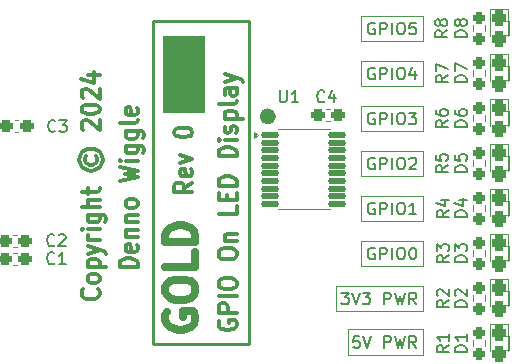
<source format=gbr>
%TF.GenerationSoftware,KiCad,Pcbnew,8.0.4*%
%TF.CreationDate,2024-07-26T08:44:17-07:00*%
%TF.ProjectId,GOLD,474f4c44-2e6b-4696-9361-645f70636258,0*%
%TF.SameCoordinates,Original*%
%TF.FileFunction,Legend,Top*%
%TF.FilePolarity,Positive*%
%FSLAX46Y46*%
G04 Gerber Fmt 4.6, Leading zero omitted, Abs format (unit mm)*
G04 Created by KiCad (PCBNEW 8.0.4) date 2024-07-26 08:44:17*
%MOMM*%
%LPD*%
G01*
G04 APERTURE LIST*
G04 Aperture macros list*
%AMRoundRect*
0 Rectangle with rounded corners*
0 $1 Rounding radius*
0 $2 $3 $4 $5 $6 $7 $8 $9 X,Y pos of 4 corners*
0 Add a 4 corners polygon primitive as box body*
4,1,4,$2,$3,$4,$5,$6,$7,$8,$9,$2,$3,0*
0 Add four circle primitives for the rounded corners*
1,1,$1+$1,$2,$3*
1,1,$1+$1,$4,$5*
1,1,$1+$1,$6,$7*
1,1,$1+$1,$8,$9*
0 Add four rect primitives between the rounded corners*
20,1,$1+$1,$2,$3,$4,$5,0*
20,1,$1+$1,$4,$5,$6,$7,0*
20,1,$1+$1,$6,$7,$8,$9,0*
20,1,$1+$1,$8,$9,$2,$3,0*%
G04 Aperture macros list end*
%ADD10C,0.120000*%
%ADD11C,0.254000*%
%ADD12C,0.695000*%
%ADD13C,0.150000*%
%ADD14C,0.317500*%
%ADD15C,0.635000*%
%ADD16C,2.802000*%
%ADD17RoundRect,0.263000X-0.263000X0.275500X-0.263000X-0.275500X0.263000X-0.275500X0.263000X0.275500X0*%
%ADD18RoundRect,0.263000X-0.325500X-0.263000X0.325500X-0.263000X0.325500X0.263000X-0.325500X0.263000X0*%
%ADD19RoundRect,0.263000X0.325500X0.263000X-0.325500X0.263000X-0.325500X-0.263000X0.325500X-0.263000X0*%
%ADD20RoundRect,0.301000X-0.301000X0.351000X-0.301000X-0.351000X0.301000X-0.351000X0.301000X0.351000X0*%
%ADD21RoundRect,0.125500X-0.663000X-0.125500X0.663000X-0.125500X0.663000X0.125500X-0.663000X0.125500X0*%
%ADD22RoundRect,0.051000X-0.850000X-0.850000X0.850000X-0.850000X0.850000X0.850000X-0.850000X0.850000X0*%
%ADD23O,1.802000X1.802000*%
G04 APERTURE END LIST*
D10*
X21749919Y24917820D02*
X26956919Y24917820D01*
X26956919Y22758820D01*
X21749919Y22758820D01*
X21749919Y24917820D01*
X21749919Y13487820D02*
X26956919Y13487820D01*
X26956919Y11328820D01*
X21749919Y11328820D01*
X21749919Y13487820D01*
X21749919Y17297820D02*
X26956919Y17297820D01*
X26956919Y15138820D01*
X21749919Y15138820D01*
X21749919Y17297820D01*
X21749919Y28727820D02*
X26956919Y28727820D01*
X26956919Y26568820D01*
X21749919Y26568820D01*
X21749919Y28727820D01*
X20606919Y2184820D02*
X26956919Y2184820D01*
X26956919Y25820D01*
X20606919Y25820D01*
X20606919Y2184820D01*
D11*
X4173119Y28231679D02*
X12301119Y28231679D01*
X12301119Y926679D01*
X4173119Y926679D01*
X4173119Y28231679D01*
D10*
X21749919Y9677820D02*
X26956919Y9677820D01*
X26956919Y7518820D01*
X21749919Y7518820D01*
X21749919Y9677820D01*
X4991119Y26961179D02*
X8435119Y26961179D01*
X8435119Y20548179D01*
X4991119Y20548179D01*
X4991119Y26961179D01*
G36*
X4991119Y26961179D02*
G01*
X8435119Y26961179D01*
X8435119Y20548179D01*
X4991119Y20548179D01*
X4991119Y26961179D01*
G37*
X19590919Y5867820D02*
X26956919Y5867820D01*
X26956919Y3708820D01*
X19590919Y3708820D01*
X19590919Y5867820D01*
X21749919Y21107820D02*
X26956919Y21107820D01*
X26956919Y18948820D01*
X21749919Y18948820D01*
X21749919Y21107820D01*
D12*
X14198019Y20193000D02*
G75*
G02*
X13503019Y20193000I-347500J0D01*
G01*
X13503019Y20193000D02*
G75*
G02*
X14198019Y20193000I347500J0D01*
G01*
D13*
X22889949Y16665882D02*
X22794711Y16713501D01*
X22794711Y16713501D02*
X22651854Y16713501D01*
X22651854Y16713501D02*
X22508997Y16665882D01*
X22508997Y16665882D02*
X22413759Y16570644D01*
X22413759Y16570644D02*
X22366140Y16475406D01*
X22366140Y16475406D02*
X22318521Y16284930D01*
X22318521Y16284930D02*
X22318521Y16142073D01*
X22318521Y16142073D02*
X22366140Y15951597D01*
X22366140Y15951597D02*
X22413759Y15856359D01*
X22413759Y15856359D02*
X22508997Y15761120D01*
X22508997Y15761120D02*
X22651854Y15713501D01*
X22651854Y15713501D02*
X22747092Y15713501D01*
X22747092Y15713501D02*
X22889949Y15761120D01*
X22889949Y15761120D02*
X22937568Y15808740D01*
X22937568Y15808740D02*
X22937568Y16142073D01*
X22937568Y16142073D02*
X22747092Y16142073D01*
X23366140Y15713501D02*
X23366140Y16713501D01*
X23366140Y16713501D02*
X23747092Y16713501D01*
X23747092Y16713501D02*
X23842330Y16665882D01*
X23842330Y16665882D02*
X23889949Y16618263D01*
X23889949Y16618263D02*
X23937568Y16523025D01*
X23937568Y16523025D02*
X23937568Y16380168D01*
X23937568Y16380168D02*
X23889949Y16284930D01*
X23889949Y16284930D02*
X23842330Y16237311D01*
X23842330Y16237311D02*
X23747092Y16189692D01*
X23747092Y16189692D02*
X23366140Y16189692D01*
X24366140Y15713501D02*
X24366140Y16713501D01*
X25032806Y16713501D02*
X25223282Y16713501D01*
X25223282Y16713501D02*
X25318520Y16665882D01*
X25318520Y16665882D02*
X25413758Y16570644D01*
X25413758Y16570644D02*
X25461377Y16380168D01*
X25461377Y16380168D02*
X25461377Y16046835D01*
X25461377Y16046835D02*
X25413758Y15856359D01*
X25413758Y15856359D02*
X25318520Y15761120D01*
X25318520Y15761120D02*
X25223282Y15713501D01*
X25223282Y15713501D02*
X25032806Y15713501D01*
X25032806Y15713501D02*
X24937568Y15761120D01*
X24937568Y15761120D02*
X24842330Y15856359D01*
X24842330Y15856359D02*
X24794711Y16046835D01*
X24794711Y16046835D02*
X24794711Y16380168D01*
X24794711Y16380168D02*
X24842330Y16570644D01*
X24842330Y16570644D02*
X24937568Y16665882D01*
X24937568Y16665882D02*
X25032806Y16713501D01*
X25842330Y16618263D02*
X25889949Y16665882D01*
X25889949Y16665882D02*
X25985187Y16713501D01*
X25985187Y16713501D02*
X26223282Y16713501D01*
X26223282Y16713501D02*
X26318520Y16665882D01*
X26318520Y16665882D02*
X26366139Y16618263D01*
X26366139Y16618263D02*
X26413758Y16523025D01*
X26413758Y16523025D02*
X26413758Y16427787D01*
X26413758Y16427787D02*
X26366139Y16284930D01*
X26366139Y16284930D02*
X25794711Y15713501D01*
X25794711Y15713501D02*
X26413758Y15713501D01*
D14*
X2829640Y7411780D02*
X1305640Y7411780D01*
X1305640Y7411780D02*
X1305640Y7744399D01*
X1305640Y7744399D02*
X1378211Y7943970D01*
X1378211Y7943970D02*
X1523354Y8077018D01*
X1523354Y8077018D02*
X1668497Y8143541D01*
X1668497Y8143541D02*
X1958783Y8210065D01*
X1958783Y8210065D02*
X2176497Y8210065D01*
X2176497Y8210065D02*
X2466783Y8143541D01*
X2466783Y8143541D02*
X2611926Y8077018D01*
X2611926Y8077018D02*
X2757069Y7943970D01*
X2757069Y7943970D02*
X2829640Y7744399D01*
X2829640Y7744399D02*
X2829640Y7411780D01*
X2757069Y9340970D02*
X2829640Y9207922D01*
X2829640Y9207922D02*
X2829640Y8941827D01*
X2829640Y8941827D02*
X2757069Y8808780D01*
X2757069Y8808780D02*
X2611926Y8742256D01*
X2611926Y8742256D02*
X2031354Y8742256D01*
X2031354Y8742256D02*
X1886211Y8808780D01*
X1886211Y8808780D02*
X1813640Y8941827D01*
X1813640Y8941827D02*
X1813640Y9207922D01*
X1813640Y9207922D02*
X1886211Y9340970D01*
X1886211Y9340970D02*
X2031354Y9407494D01*
X2031354Y9407494D02*
X2176497Y9407494D01*
X2176497Y9407494D02*
X2321640Y8742256D01*
X1813640Y10006209D02*
X2829640Y10006209D01*
X1958783Y10006209D02*
X1886211Y10072732D01*
X1886211Y10072732D02*
X1813640Y10205780D01*
X1813640Y10205780D02*
X1813640Y10405351D01*
X1813640Y10405351D02*
X1886211Y10538399D01*
X1886211Y10538399D02*
X2031354Y10604923D01*
X2031354Y10604923D02*
X2829640Y10604923D01*
X1813640Y11270161D02*
X2829640Y11270161D01*
X1958783Y11270161D02*
X1886211Y11336684D01*
X1886211Y11336684D02*
X1813640Y11469732D01*
X1813640Y11469732D02*
X1813640Y11669303D01*
X1813640Y11669303D02*
X1886211Y11802351D01*
X1886211Y11802351D02*
X2031354Y11868875D01*
X2031354Y11868875D02*
X2829640Y11868875D01*
X2829640Y12733684D02*
X2757069Y12600636D01*
X2757069Y12600636D02*
X2684497Y12534113D01*
X2684497Y12534113D02*
X2539354Y12467589D01*
X2539354Y12467589D02*
X2103926Y12467589D01*
X2103926Y12467589D02*
X1958783Y12534113D01*
X1958783Y12534113D02*
X1886211Y12600636D01*
X1886211Y12600636D02*
X1813640Y12733684D01*
X1813640Y12733684D02*
X1813640Y12933255D01*
X1813640Y12933255D02*
X1886211Y13066303D01*
X1886211Y13066303D02*
X1958783Y13132827D01*
X1958783Y13132827D02*
X2103926Y13199351D01*
X2103926Y13199351D02*
X2539354Y13199351D01*
X2539354Y13199351D02*
X2684497Y13132827D01*
X2684497Y13132827D02*
X2757069Y13066303D01*
X2757069Y13066303D02*
X2829640Y12933255D01*
X2829640Y12933255D02*
X2829640Y12733684D01*
X1305640Y14729398D02*
X2829640Y15062017D01*
X2829640Y15062017D02*
X1741069Y15328112D01*
X1741069Y15328112D02*
X2829640Y15594207D01*
X2829640Y15594207D02*
X1305640Y15926826D01*
X2829640Y16459017D02*
X1813640Y16459017D01*
X1305640Y16459017D02*
X1378211Y16392493D01*
X1378211Y16392493D02*
X1450783Y16459017D01*
X1450783Y16459017D02*
X1378211Y16525540D01*
X1378211Y16525540D02*
X1305640Y16459017D01*
X1305640Y16459017D02*
X1450783Y16459017D01*
X1813640Y17722969D02*
X3047354Y17722969D01*
X3047354Y17722969D02*
X3192497Y17656445D01*
X3192497Y17656445D02*
X3265069Y17589921D01*
X3265069Y17589921D02*
X3337640Y17456874D01*
X3337640Y17456874D02*
X3337640Y17257302D01*
X3337640Y17257302D02*
X3265069Y17124255D01*
X2757069Y17722969D02*
X2829640Y17589921D01*
X2829640Y17589921D02*
X2829640Y17323826D01*
X2829640Y17323826D02*
X2757069Y17190778D01*
X2757069Y17190778D02*
X2684497Y17124255D01*
X2684497Y17124255D02*
X2539354Y17057731D01*
X2539354Y17057731D02*
X2103926Y17057731D01*
X2103926Y17057731D02*
X1958783Y17124255D01*
X1958783Y17124255D02*
X1886211Y17190778D01*
X1886211Y17190778D02*
X1813640Y17323826D01*
X1813640Y17323826D02*
X1813640Y17589921D01*
X1813640Y17589921D02*
X1886211Y17722969D01*
X1813640Y18986921D02*
X3047354Y18986921D01*
X3047354Y18986921D02*
X3192497Y18920397D01*
X3192497Y18920397D02*
X3265069Y18853873D01*
X3265069Y18853873D02*
X3337640Y18720826D01*
X3337640Y18720826D02*
X3337640Y18521254D01*
X3337640Y18521254D02*
X3265069Y18388207D01*
X2757069Y18986921D02*
X2829640Y18853873D01*
X2829640Y18853873D02*
X2829640Y18587778D01*
X2829640Y18587778D02*
X2757069Y18454730D01*
X2757069Y18454730D02*
X2684497Y18388207D01*
X2684497Y18388207D02*
X2539354Y18321683D01*
X2539354Y18321683D02*
X2103926Y18321683D01*
X2103926Y18321683D02*
X1958783Y18388207D01*
X1958783Y18388207D02*
X1886211Y18454730D01*
X1886211Y18454730D02*
X1813640Y18587778D01*
X1813640Y18587778D02*
X1813640Y18853873D01*
X1813640Y18853873D02*
X1886211Y18986921D01*
X2829640Y19851730D02*
X2757069Y19718682D01*
X2757069Y19718682D02*
X2611926Y19652159D01*
X2611926Y19652159D02*
X1305640Y19652159D01*
X2757069Y20916111D02*
X2829640Y20783063D01*
X2829640Y20783063D02*
X2829640Y20516968D01*
X2829640Y20516968D02*
X2757069Y20383921D01*
X2757069Y20383921D02*
X2611926Y20317397D01*
X2611926Y20317397D02*
X2031354Y20317397D01*
X2031354Y20317397D02*
X1886211Y20383921D01*
X1886211Y20383921D02*
X1813640Y20516968D01*
X1813640Y20516968D02*
X1813640Y20783063D01*
X1813640Y20783063D02*
X1886211Y20916111D01*
X1886211Y20916111D02*
X2031354Y20982635D01*
X2031354Y20982635D02*
X2176497Y20982635D01*
X2176497Y20982635D02*
X2321640Y20317397D01*
X9760211Y2898441D02*
X9687640Y2765394D01*
X9687640Y2765394D02*
X9687640Y2565822D01*
X9687640Y2565822D02*
X9760211Y2366251D01*
X9760211Y2366251D02*
X9905354Y2233203D01*
X9905354Y2233203D02*
X10050497Y2166680D01*
X10050497Y2166680D02*
X10340783Y2100156D01*
X10340783Y2100156D02*
X10558497Y2100156D01*
X10558497Y2100156D02*
X10848783Y2166680D01*
X10848783Y2166680D02*
X10993926Y2233203D01*
X10993926Y2233203D02*
X11139069Y2366251D01*
X11139069Y2366251D02*
X11211640Y2565822D01*
X11211640Y2565822D02*
X11211640Y2698870D01*
X11211640Y2698870D02*
X11139069Y2898441D01*
X11139069Y2898441D02*
X11066497Y2964965D01*
X11066497Y2964965D02*
X10558497Y2964965D01*
X10558497Y2964965D02*
X10558497Y2698870D01*
X11211640Y3563680D02*
X9687640Y3563680D01*
X9687640Y3563680D02*
X9687640Y4095870D01*
X9687640Y4095870D02*
X9760211Y4228918D01*
X9760211Y4228918D02*
X9832783Y4295441D01*
X9832783Y4295441D02*
X9977926Y4361965D01*
X9977926Y4361965D02*
X10195640Y4361965D01*
X10195640Y4361965D02*
X10340783Y4295441D01*
X10340783Y4295441D02*
X10413354Y4228918D01*
X10413354Y4228918D02*
X10485926Y4095870D01*
X10485926Y4095870D02*
X10485926Y3563680D01*
X11211640Y4960680D02*
X9687640Y4960680D01*
X9687640Y5892013D02*
X9687640Y6158108D01*
X9687640Y6158108D02*
X9760211Y6291156D01*
X9760211Y6291156D02*
X9905354Y6424203D01*
X9905354Y6424203D02*
X10195640Y6490727D01*
X10195640Y6490727D02*
X10703640Y6490727D01*
X10703640Y6490727D02*
X10993926Y6424203D01*
X10993926Y6424203D02*
X11139069Y6291156D01*
X11139069Y6291156D02*
X11211640Y6158108D01*
X11211640Y6158108D02*
X11211640Y5892013D01*
X11211640Y5892013D02*
X11139069Y5758965D01*
X11139069Y5758965D02*
X10993926Y5625918D01*
X10993926Y5625918D02*
X10703640Y5559394D01*
X10703640Y5559394D02*
X10195640Y5559394D01*
X10195640Y5559394D02*
X9905354Y5625918D01*
X9905354Y5625918D02*
X9760211Y5758965D01*
X9760211Y5758965D02*
X9687640Y5892013D01*
X9687640Y8419918D02*
X9687640Y8686013D01*
X9687640Y8686013D02*
X9760211Y8819061D01*
X9760211Y8819061D02*
X9905354Y8952108D01*
X9905354Y8952108D02*
X10195640Y9018632D01*
X10195640Y9018632D02*
X10703640Y9018632D01*
X10703640Y9018632D02*
X10993926Y8952108D01*
X10993926Y8952108D02*
X11139069Y8819061D01*
X11139069Y8819061D02*
X11211640Y8686013D01*
X11211640Y8686013D02*
X11211640Y8419918D01*
X11211640Y8419918D02*
X11139069Y8286870D01*
X11139069Y8286870D02*
X10993926Y8153823D01*
X10993926Y8153823D02*
X10703640Y8087299D01*
X10703640Y8087299D02*
X10195640Y8087299D01*
X10195640Y8087299D02*
X9905354Y8153823D01*
X9905354Y8153823D02*
X9760211Y8286870D01*
X9760211Y8286870D02*
X9687640Y8419918D01*
X10195640Y9617347D02*
X11211640Y9617347D01*
X10340783Y9617347D02*
X10268211Y9683870D01*
X10268211Y9683870D02*
X10195640Y9816918D01*
X10195640Y9816918D02*
X10195640Y10016489D01*
X10195640Y10016489D02*
X10268211Y10149537D01*
X10268211Y10149537D02*
X10413354Y10216061D01*
X10413354Y10216061D02*
X11211640Y10216061D01*
X11211640Y12610918D02*
X11211640Y11945680D01*
X11211640Y11945680D02*
X9687640Y11945680D01*
X10413354Y13076585D02*
X10413354Y13542251D01*
X11211640Y13741823D02*
X11211640Y13076585D01*
X11211640Y13076585D02*
X9687640Y13076585D01*
X9687640Y13076585D02*
X9687640Y13741823D01*
X11211640Y14340537D02*
X9687640Y14340537D01*
X9687640Y14340537D02*
X9687640Y14673156D01*
X9687640Y14673156D02*
X9760211Y14872727D01*
X9760211Y14872727D02*
X9905354Y15005775D01*
X9905354Y15005775D02*
X10050497Y15072298D01*
X10050497Y15072298D02*
X10340783Y15138822D01*
X10340783Y15138822D02*
X10558497Y15138822D01*
X10558497Y15138822D02*
X10848783Y15072298D01*
X10848783Y15072298D02*
X10993926Y15005775D01*
X10993926Y15005775D02*
X11139069Y14872727D01*
X11139069Y14872727D02*
X11211640Y14673156D01*
X11211640Y14673156D02*
X11211640Y14340537D01*
X11211640Y16801918D02*
X9687640Y16801918D01*
X9687640Y16801918D02*
X9687640Y17134537D01*
X9687640Y17134537D02*
X9760211Y17334108D01*
X9760211Y17334108D02*
X9905354Y17467156D01*
X9905354Y17467156D02*
X10050497Y17533679D01*
X10050497Y17533679D02*
X10340783Y17600203D01*
X10340783Y17600203D02*
X10558497Y17600203D01*
X10558497Y17600203D02*
X10848783Y17533679D01*
X10848783Y17533679D02*
X10993926Y17467156D01*
X10993926Y17467156D02*
X11139069Y17334108D01*
X11139069Y17334108D02*
X11211640Y17134537D01*
X11211640Y17134537D02*
X11211640Y16801918D01*
X11211640Y18198918D02*
X10195640Y18198918D01*
X9687640Y18198918D02*
X9760211Y18132394D01*
X9760211Y18132394D02*
X9832783Y18198918D01*
X9832783Y18198918D02*
X9760211Y18265441D01*
X9760211Y18265441D02*
X9687640Y18198918D01*
X9687640Y18198918D02*
X9832783Y18198918D01*
X11139069Y18797632D02*
X11211640Y18930679D01*
X11211640Y18930679D02*
X11211640Y19196775D01*
X11211640Y19196775D02*
X11139069Y19329822D01*
X11139069Y19329822D02*
X10993926Y19396346D01*
X10993926Y19396346D02*
X10921354Y19396346D01*
X10921354Y19396346D02*
X10776211Y19329822D01*
X10776211Y19329822D02*
X10703640Y19196775D01*
X10703640Y19196775D02*
X10703640Y18997203D01*
X10703640Y18997203D02*
X10631069Y18864156D01*
X10631069Y18864156D02*
X10485926Y18797632D01*
X10485926Y18797632D02*
X10413354Y18797632D01*
X10413354Y18797632D02*
X10268211Y18864156D01*
X10268211Y18864156D02*
X10195640Y18997203D01*
X10195640Y18997203D02*
X10195640Y19196775D01*
X10195640Y19196775D02*
X10268211Y19329822D01*
X10195640Y19995061D02*
X11719640Y19995061D01*
X10268211Y19995061D02*
X10195640Y20128108D01*
X10195640Y20128108D02*
X10195640Y20394203D01*
X10195640Y20394203D02*
X10268211Y20527251D01*
X10268211Y20527251D02*
X10340783Y20593775D01*
X10340783Y20593775D02*
X10485926Y20660299D01*
X10485926Y20660299D02*
X10921354Y20660299D01*
X10921354Y20660299D02*
X11066497Y20593775D01*
X11066497Y20593775D02*
X11139069Y20527251D01*
X11139069Y20527251D02*
X11211640Y20394203D01*
X11211640Y20394203D02*
X11211640Y20128108D01*
X11211640Y20128108D02*
X11139069Y19995061D01*
X11211640Y21458584D02*
X11139069Y21325536D01*
X11139069Y21325536D02*
X10993926Y21259013D01*
X10993926Y21259013D02*
X9687640Y21259013D01*
X11211640Y22589489D02*
X10413354Y22589489D01*
X10413354Y22589489D02*
X10268211Y22522965D01*
X10268211Y22522965D02*
X10195640Y22389917D01*
X10195640Y22389917D02*
X10195640Y22123822D01*
X10195640Y22123822D02*
X10268211Y21990775D01*
X11139069Y22589489D02*
X11211640Y22456441D01*
X11211640Y22456441D02*
X11211640Y22123822D01*
X11211640Y22123822D02*
X11139069Y21990775D01*
X11139069Y21990775D02*
X10993926Y21924251D01*
X10993926Y21924251D02*
X10848783Y21924251D01*
X10848783Y21924251D02*
X10703640Y21990775D01*
X10703640Y21990775D02*
X10631069Y22123822D01*
X10631069Y22123822D02*
X10631069Y22456441D01*
X10631069Y22456441D02*
X10558497Y22589489D01*
X10195640Y23121679D02*
X11211640Y23454298D01*
X10195640Y23786917D02*
X11211640Y23454298D01*
X11211640Y23454298D02*
X11574497Y23321250D01*
X11574497Y23321250D02*
X11647069Y23254727D01*
X11647069Y23254727D02*
X11719640Y23121679D01*
D13*
X22889949Y12855882D02*
X22794711Y12903501D01*
X22794711Y12903501D02*
X22651854Y12903501D01*
X22651854Y12903501D02*
X22508997Y12855882D01*
X22508997Y12855882D02*
X22413759Y12760644D01*
X22413759Y12760644D02*
X22366140Y12665406D01*
X22366140Y12665406D02*
X22318521Y12474930D01*
X22318521Y12474930D02*
X22318521Y12332073D01*
X22318521Y12332073D02*
X22366140Y12141597D01*
X22366140Y12141597D02*
X22413759Y12046359D01*
X22413759Y12046359D02*
X22508997Y11951120D01*
X22508997Y11951120D02*
X22651854Y11903501D01*
X22651854Y11903501D02*
X22747092Y11903501D01*
X22747092Y11903501D02*
X22889949Y11951120D01*
X22889949Y11951120D02*
X22937568Y11998740D01*
X22937568Y11998740D02*
X22937568Y12332073D01*
X22937568Y12332073D02*
X22747092Y12332073D01*
X23366140Y11903501D02*
X23366140Y12903501D01*
X23366140Y12903501D02*
X23747092Y12903501D01*
X23747092Y12903501D02*
X23842330Y12855882D01*
X23842330Y12855882D02*
X23889949Y12808263D01*
X23889949Y12808263D02*
X23937568Y12713025D01*
X23937568Y12713025D02*
X23937568Y12570168D01*
X23937568Y12570168D02*
X23889949Y12474930D01*
X23889949Y12474930D02*
X23842330Y12427311D01*
X23842330Y12427311D02*
X23747092Y12379692D01*
X23747092Y12379692D02*
X23366140Y12379692D01*
X24366140Y11903501D02*
X24366140Y12903501D01*
X25032806Y12903501D02*
X25223282Y12903501D01*
X25223282Y12903501D02*
X25318520Y12855882D01*
X25318520Y12855882D02*
X25413758Y12760644D01*
X25413758Y12760644D02*
X25461377Y12570168D01*
X25461377Y12570168D02*
X25461377Y12236835D01*
X25461377Y12236835D02*
X25413758Y12046359D01*
X25413758Y12046359D02*
X25318520Y11951120D01*
X25318520Y11951120D02*
X25223282Y11903501D01*
X25223282Y11903501D02*
X25032806Y11903501D01*
X25032806Y11903501D02*
X24937568Y11951120D01*
X24937568Y11951120D02*
X24842330Y12046359D01*
X24842330Y12046359D02*
X24794711Y12236835D01*
X24794711Y12236835D02*
X24794711Y12570168D01*
X24794711Y12570168D02*
X24842330Y12760644D01*
X24842330Y12760644D02*
X24937568Y12855882D01*
X24937568Y12855882D02*
X25032806Y12903501D01*
X26413758Y11903501D02*
X25842330Y11903501D01*
X26128044Y11903501D02*
X26128044Y12903501D01*
X26128044Y12903501D02*
X26032806Y12760644D01*
X26032806Y12760644D02*
X25937568Y12665406D01*
X25937568Y12665406D02*
X25842330Y12617787D01*
D14*
X-541303Y5568465D02*
X-468731Y5501941D01*
X-468731Y5501941D02*
X-396160Y5302370D01*
X-396160Y5302370D02*
X-396160Y5169322D01*
X-396160Y5169322D02*
X-468731Y4969751D01*
X-468731Y4969751D02*
X-613874Y4836703D01*
X-613874Y4836703D02*
X-759017Y4770180D01*
X-759017Y4770180D02*
X-1049303Y4703656D01*
X-1049303Y4703656D02*
X-1267017Y4703656D01*
X-1267017Y4703656D02*
X-1557303Y4770180D01*
X-1557303Y4770180D02*
X-1702446Y4836703D01*
X-1702446Y4836703D02*
X-1847589Y4969751D01*
X-1847589Y4969751D02*
X-1920160Y5169322D01*
X-1920160Y5169322D02*
X-1920160Y5302370D01*
X-1920160Y5302370D02*
X-1847589Y5501941D01*
X-1847589Y5501941D02*
X-1775017Y5568465D01*
X-396160Y6366751D02*
X-468731Y6233703D01*
X-468731Y6233703D02*
X-541303Y6167180D01*
X-541303Y6167180D02*
X-686446Y6100656D01*
X-686446Y6100656D02*
X-1121874Y6100656D01*
X-1121874Y6100656D02*
X-1267017Y6167180D01*
X-1267017Y6167180D02*
X-1339589Y6233703D01*
X-1339589Y6233703D02*
X-1412160Y6366751D01*
X-1412160Y6366751D02*
X-1412160Y6566322D01*
X-1412160Y6566322D02*
X-1339589Y6699370D01*
X-1339589Y6699370D02*
X-1267017Y6765894D01*
X-1267017Y6765894D02*
X-1121874Y6832418D01*
X-1121874Y6832418D02*
X-686446Y6832418D01*
X-686446Y6832418D02*
X-541303Y6765894D01*
X-541303Y6765894D02*
X-468731Y6699370D01*
X-468731Y6699370D02*
X-396160Y6566322D01*
X-396160Y6566322D02*
X-396160Y6366751D01*
X-1412160Y7431132D02*
X111840Y7431132D01*
X-1339589Y7431132D02*
X-1412160Y7564179D01*
X-1412160Y7564179D02*
X-1412160Y7830274D01*
X-1412160Y7830274D02*
X-1339589Y7963322D01*
X-1339589Y7963322D02*
X-1267017Y8029846D01*
X-1267017Y8029846D02*
X-1121874Y8096370D01*
X-1121874Y8096370D02*
X-686446Y8096370D01*
X-686446Y8096370D02*
X-541303Y8029846D01*
X-541303Y8029846D02*
X-468731Y7963322D01*
X-468731Y7963322D02*
X-396160Y7830274D01*
X-396160Y7830274D02*
X-396160Y7564179D01*
X-396160Y7564179D02*
X-468731Y7431132D01*
X-1412160Y8562036D02*
X-396160Y8894655D01*
X-1412160Y9227274D02*
X-396160Y8894655D01*
X-396160Y8894655D02*
X-33303Y8761607D01*
X-33303Y8761607D02*
X39269Y8695084D01*
X39269Y8695084D02*
X111840Y8562036D01*
X-396160Y9759465D02*
X-1412160Y9759465D01*
X-1121874Y9759465D02*
X-1267017Y9825988D01*
X-1267017Y9825988D02*
X-1339589Y9892512D01*
X-1339589Y9892512D02*
X-1412160Y10025560D01*
X-1412160Y10025560D02*
X-1412160Y10158607D01*
X-396160Y10624275D02*
X-1412160Y10624275D01*
X-1920160Y10624275D02*
X-1847589Y10557751D01*
X-1847589Y10557751D02*
X-1775017Y10624275D01*
X-1775017Y10624275D02*
X-1847589Y10690798D01*
X-1847589Y10690798D02*
X-1920160Y10624275D01*
X-1920160Y10624275D02*
X-1775017Y10624275D01*
X-1412160Y11888227D02*
X-178446Y11888227D01*
X-178446Y11888227D02*
X-33303Y11821703D01*
X-33303Y11821703D02*
X39269Y11755179D01*
X39269Y11755179D02*
X111840Y11622132D01*
X111840Y11622132D02*
X111840Y11422560D01*
X111840Y11422560D02*
X39269Y11289513D01*
X-468731Y11888227D02*
X-396160Y11755179D01*
X-396160Y11755179D02*
X-396160Y11489084D01*
X-396160Y11489084D02*
X-468731Y11356036D01*
X-468731Y11356036D02*
X-541303Y11289513D01*
X-541303Y11289513D02*
X-686446Y11222989D01*
X-686446Y11222989D02*
X-1121874Y11222989D01*
X-1121874Y11222989D02*
X-1267017Y11289513D01*
X-1267017Y11289513D02*
X-1339589Y11356036D01*
X-1339589Y11356036D02*
X-1412160Y11489084D01*
X-1412160Y11489084D02*
X-1412160Y11755179D01*
X-1412160Y11755179D02*
X-1339589Y11888227D01*
X-396160Y12553465D02*
X-1920160Y12553465D01*
X-396160Y13152179D02*
X-1194446Y13152179D01*
X-1194446Y13152179D02*
X-1339589Y13085655D01*
X-1339589Y13085655D02*
X-1412160Y12952607D01*
X-1412160Y12952607D02*
X-1412160Y12753036D01*
X-1412160Y12753036D02*
X-1339589Y12619988D01*
X-1339589Y12619988D02*
X-1267017Y12553465D01*
X-1412160Y13617845D02*
X-1412160Y14150036D01*
X-1920160Y13817417D02*
X-613874Y13817417D01*
X-613874Y13817417D02*
X-468731Y13883940D01*
X-468731Y13883940D02*
X-396160Y14016988D01*
X-396160Y14016988D02*
X-396160Y14150036D01*
X-1557303Y16810988D02*
X-1629874Y16677941D01*
X-1629874Y16677941D02*
X-1629874Y16411845D01*
X-1629874Y16411845D02*
X-1557303Y16278798D01*
X-1557303Y16278798D02*
X-1412160Y16145750D01*
X-1412160Y16145750D02*
X-1267017Y16079226D01*
X-1267017Y16079226D02*
X-976731Y16079226D01*
X-976731Y16079226D02*
X-831589Y16145750D01*
X-831589Y16145750D02*
X-686446Y16278798D01*
X-686446Y16278798D02*
X-613874Y16411845D01*
X-613874Y16411845D02*
X-613874Y16677941D01*
X-613874Y16677941D02*
X-686446Y16810988D01*
X-2137874Y16544893D02*
X-2065303Y16212274D01*
X-2065303Y16212274D02*
X-1847589Y15879655D01*
X-1847589Y15879655D02*
X-1484731Y15680084D01*
X-1484731Y15680084D02*
X-1121874Y15613560D01*
X-1121874Y15613560D02*
X-759017Y15680084D01*
X-759017Y15680084D02*
X-396160Y15879655D01*
X-396160Y15879655D02*
X-178446Y16212274D01*
X-178446Y16212274D02*
X-105874Y16544893D01*
X-105874Y16544893D02*
X-178446Y16877512D01*
X-178446Y16877512D02*
X-396160Y17210131D01*
X-396160Y17210131D02*
X-759017Y17409703D01*
X-759017Y17409703D02*
X-1121874Y17476226D01*
X-1121874Y17476226D02*
X-1484731Y17409703D01*
X-1484731Y17409703D02*
X-1847589Y17210131D01*
X-1847589Y17210131D02*
X-2065303Y16877512D01*
X-2065303Y16877512D02*
X-2137874Y16544893D01*
X-1775017Y19072798D02*
X-1847589Y19139322D01*
X-1847589Y19139322D02*
X-1920160Y19272369D01*
X-1920160Y19272369D02*
X-1920160Y19604988D01*
X-1920160Y19604988D02*
X-1847589Y19738036D01*
X-1847589Y19738036D02*
X-1775017Y19804560D01*
X-1775017Y19804560D02*
X-1629874Y19871083D01*
X-1629874Y19871083D02*
X-1484731Y19871083D01*
X-1484731Y19871083D02*
X-1267017Y19804560D01*
X-1267017Y19804560D02*
X-396160Y19006274D01*
X-396160Y19006274D02*
X-396160Y19871083D01*
X-1920160Y20735893D02*
X-1920160Y20868940D01*
X-1920160Y20868940D02*
X-1847589Y21001988D01*
X-1847589Y21001988D02*
X-1775017Y21068512D01*
X-1775017Y21068512D02*
X-1629874Y21135036D01*
X-1629874Y21135036D02*
X-1339589Y21201559D01*
X-1339589Y21201559D02*
X-976731Y21201559D01*
X-976731Y21201559D02*
X-686446Y21135036D01*
X-686446Y21135036D02*
X-541303Y21068512D01*
X-541303Y21068512D02*
X-468731Y21001988D01*
X-468731Y21001988D02*
X-396160Y20868940D01*
X-396160Y20868940D02*
X-396160Y20735893D01*
X-396160Y20735893D02*
X-468731Y20602845D01*
X-468731Y20602845D02*
X-541303Y20536321D01*
X-541303Y20536321D02*
X-686446Y20469798D01*
X-686446Y20469798D02*
X-976731Y20403274D01*
X-976731Y20403274D02*
X-1339589Y20403274D01*
X-1339589Y20403274D02*
X-1629874Y20469798D01*
X-1629874Y20469798D02*
X-1775017Y20536321D01*
X-1775017Y20536321D02*
X-1847589Y20602845D01*
X-1847589Y20602845D02*
X-1920160Y20735893D01*
X-1775017Y21733750D02*
X-1847589Y21800274D01*
X-1847589Y21800274D02*
X-1920160Y21933321D01*
X-1920160Y21933321D02*
X-1920160Y22265940D01*
X-1920160Y22265940D02*
X-1847589Y22398988D01*
X-1847589Y22398988D02*
X-1775017Y22465512D01*
X-1775017Y22465512D02*
X-1629874Y22532035D01*
X-1629874Y22532035D02*
X-1484731Y22532035D01*
X-1484731Y22532035D02*
X-1267017Y22465512D01*
X-1267017Y22465512D02*
X-396160Y21667226D01*
X-396160Y21667226D02*
X-396160Y22532035D01*
X-1412160Y23729464D02*
X-396160Y23729464D01*
X-1992731Y23396845D02*
X-904160Y23064226D01*
X-904160Y23064226D02*
X-904160Y23929035D01*
D13*
X22889949Y20475882D02*
X22794711Y20523501D01*
X22794711Y20523501D02*
X22651854Y20523501D01*
X22651854Y20523501D02*
X22508997Y20475882D01*
X22508997Y20475882D02*
X22413759Y20380644D01*
X22413759Y20380644D02*
X22366140Y20285406D01*
X22366140Y20285406D02*
X22318521Y20094930D01*
X22318521Y20094930D02*
X22318521Y19952073D01*
X22318521Y19952073D02*
X22366140Y19761597D01*
X22366140Y19761597D02*
X22413759Y19666359D01*
X22413759Y19666359D02*
X22508997Y19571120D01*
X22508997Y19571120D02*
X22651854Y19523501D01*
X22651854Y19523501D02*
X22747092Y19523501D01*
X22747092Y19523501D02*
X22889949Y19571120D01*
X22889949Y19571120D02*
X22937568Y19618740D01*
X22937568Y19618740D02*
X22937568Y19952073D01*
X22937568Y19952073D02*
X22747092Y19952073D01*
X23366140Y19523501D02*
X23366140Y20523501D01*
X23366140Y20523501D02*
X23747092Y20523501D01*
X23747092Y20523501D02*
X23842330Y20475882D01*
X23842330Y20475882D02*
X23889949Y20428263D01*
X23889949Y20428263D02*
X23937568Y20333025D01*
X23937568Y20333025D02*
X23937568Y20190168D01*
X23937568Y20190168D02*
X23889949Y20094930D01*
X23889949Y20094930D02*
X23842330Y20047311D01*
X23842330Y20047311D02*
X23747092Y19999692D01*
X23747092Y19999692D02*
X23366140Y19999692D01*
X24366140Y19523501D02*
X24366140Y20523501D01*
X25032806Y20523501D02*
X25223282Y20523501D01*
X25223282Y20523501D02*
X25318520Y20475882D01*
X25318520Y20475882D02*
X25413758Y20380644D01*
X25413758Y20380644D02*
X25461377Y20190168D01*
X25461377Y20190168D02*
X25461377Y19856835D01*
X25461377Y19856835D02*
X25413758Y19666359D01*
X25413758Y19666359D02*
X25318520Y19571120D01*
X25318520Y19571120D02*
X25223282Y19523501D01*
X25223282Y19523501D02*
X25032806Y19523501D01*
X25032806Y19523501D02*
X24937568Y19571120D01*
X24937568Y19571120D02*
X24842330Y19666359D01*
X24842330Y19666359D02*
X24794711Y19856835D01*
X24794711Y19856835D02*
X24794711Y20190168D01*
X24794711Y20190168D02*
X24842330Y20380644D01*
X24842330Y20380644D02*
X24937568Y20475882D01*
X24937568Y20475882D02*
X25032806Y20523501D01*
X25794711Y20523501D02*
X26413758Y20523501D01*
X26413758Y20523501D02*
X26080425Y20142549D01*
X26080425Y20142549D02*
X26223282Y20142549D01*
X26223282Y20142549D02*
X26318520Y20094930D01*
X26318520Y20094930D02*
X26366139Y20047311D01*
X26366139Y20047311D02*
X26413758Y19952073D01*
X26413758Y19952073D02*
X26413758Y19713978D01*
X26413758Y19713978D02*
X26366139Y19618740D01*
X26366139Y19618740D02*
X26318520Y19571120D01*
X26318520Y19571120D02*
X26223282Y19523501D01*
X26223282Y19523501D02*
X25937568Y19523501D01*
X25937568Y19523501D02*
X25842330Y19571120D01*
X25842330Y19571120D02*
X25794711Y19618740D01*
D14*
X7457640Y14584965D02*
X6731926Y14119299D01*
X7457640Y13786680D02*
X5933640Y13786680D01*
X5933640Y13786680D02*
X5933640Y14318870D01*
X5933640Y14318870D02*
X6006211Y14451918D01*
X6006211Y14451918D02*
X6078783Y14518441D01*
X6078783Y14518441D02*
X6223926Y14584965D01*
X6223926Y14584965D02*
X6441640Y14584965D01*
X6441640Y14584965D02*
X6586783Y14518441D01*
X6586783Y14518441D02*
X6659354Y14451918D01*
X6659354Y14451918D02*
X6731926Y14318870D01*
X6731926Y14318870D02*
X6731926Y13786680D01*
X7385069Y15715870D02*
X7457640Y15582822D01*
X7457640Y15582822D02*
X7457640Y15316727D01*
X7457640Y15316727D02*
X7385069Y15183680D01*
X7385069Y15183680D02*
X7239926Y15117156D01*
X7239926Y15117156D02*
X6659354Y15117156D01*
X6659354Y15117156D02*
X6514211Y15183680D01*
X6514211Y15183680D02*
X6441640Y15316727D01*
X6441640Y15316727D02*
X6441640Y15582822D01*
X6441640Y15582822D02*
X6514211Y15715870D01*
X6514211Y15715870D02*
X6659354Y15782394D01*
X6659354Y15782394D02*
X6804497Y15782394D01*
X6804497Y15782394D02*
X6949640Y15117156D01*
X6441640Y16248061D02*
X7457640Y16580680D01*
X7457640Y16580680D02*
X6441640Y16913299D01*
X5933640Y18775966D02*
X5933640Y18909013D01*
X5933640Y18909013D02*
X6006211Y19042061D01*
X6006211Y19042061D02*
X6078783Y19108585D01*
X6078783Y19108585D02*
X6223926Y19175109D01*
X6223926Y19175109D02*
X6514211Y19241632D01*
X6514211Y19241632D02*
X6877069Y19241632D01*
X6877069Y19241632D02*
X7167354Y19175109D01*
X7167354Y19175109D02*
X7312497Y19108585D01*
X7312497Y19108585D02*
X7385069Y19042061D01*
X7385069Y19042061D02*
X7457640Y18909013D01*
X7457640Y18909013D02*
X7457640Y18775966D01*
X7457640Y18775966D02*
X7385069Y18642918D01*
X7385069Y18642918D02*
X7312497Y18576394D01*
X7312497Y18576394D02*
X7167354Y18509871D01*
X7167354Y18509871D02*
X6877069Y18443347D01*
X6877069Y18443347D02*
X6514211Y18443347D01*
X6514211Y18443347D02*
X6223926Y18509871D01*
X6223926Y18509871D02*
X6078783Y18576394D01*
X6078783Y18576394D02*
X6006211Y18642918D01*
X6006211Y18642918D02*
X5933640Y18775966D01*
D13*
X22889949Y28095882D02*
X22794711Y28143501D01*
X22794711Y28143501D02*
X22651854Y28143501D01*
X22651854Y28143501D02*
X22508997Y28095882D01*
X22508997Y28095882D02*
X22413759Y28000644D01*
X22413759Y28000644D02*
X22366140Y27905406D01*
X22366140Y27905406D02*
X22318521Y27714930D01*
X22318521Y27714930D02*
X22318521Y27572073D01*
X22318521Y27572073D02*
X22366140Y27381597D01*
X22366140Y27381597D02*
X22413759Y27286359D01*
X22413759Y27286359D02*
X22508997Y27191120D01*
X22508997Y27191120D02*
X22651854Y27143501D01*
X22651854Y27143501D02*
X22747092Y27143501D01*
X22747092Y27143501D02*
X22889949Y27191120D01*
X22889949Y27191120D02*
X22937568Y27238740D01*
X22937568Y27238740D02*
X22937568Y27572073D01*
X22937568Y27572073D02*
X22747092Y27572073D01*
X23366140Y27143501D02*
X23366140Y28143501D01*
X23366140Y28143501D02*
X23747092Y28143501D01*
X23747092Y28143501D02*
X23842330Y28095882D01*
X23842330Y28095882D02*
X23889949Y28048263D01*
X23889949Y28048263D02*
X23937568Y27953025D01*
X23937568Y27953025D02*
X23937568Y27810168D01*
X23937568Y27810168D02*
X23889949Y27714930D01*
X23889949Y27714930D02*
X23842330Y27667311D01*
X23842330Y27667311D02*
X23747092Y27619692D01*
X23747092Y27619692D02*
X23366140Y27619692D01*
X24366140Y27143501D02*
X24366140Y28143501D01*
X25032806Y28143501D02*
X25223282Y28143501D01*
X25223282Y28143501D02*
X25318520Y28095882D01*
X25318520Y28095882D02*
X25413758Y28000644D01*
X25413758Y28000644D02*
X25461377Y27810168D01*
X25461377Y27810168D02*
X25461377Y27476835D01*
X25461377Y27476835D02*
X25413758Y27286359D01*
X25413758Y27286359D02*
X25318520Y27191120D01*
X25318520Y27191120D02*
X25223282Y27143501D01*
X25223282Y27143501D02*
X25032806Y27143501D01*
X25032806Y27143501D02*
X24937568Y27191120D01*
X24937568Y27191120D02*
X24842330Y27286359D01*
X24842330Y27286359D02*
X24794711Y27476835D01*
X24794711Y27476835D02*
X24794711Y27810168D01*
X24794711Y27810168D02*
X24842330Y28000644D01*
X24842330Y28000644D02*
X24937568Y28095882D01*
X24937568Y28095882D02*
X25032806Y28143501D01*
X26366139Y28143501D02*
X25889949Y28143501D01*
X25889949Y28143501D02*
X25842330Y27667311D01*
X25842330Y27667311D02*
X25889949Y27714930D01*
X25889949Y27714930D02*
X25985187Y27762549D01*
X25985187Y27762549D02*
X26223282Y27762549D01*
X26223282Y27762549D02*
X26318520Y27714930D01*
X26318520Y27714930D02*
X26366139Y27667311D01*
X26366139Y27667311D02*
X26413758Y27572073D01*
X26413758Y27572073D02*
X26413758Y27333978D01*
X26413758Y27333978D02*
X26366139Y27238740D01*
X26366139Y27238740D02*
X26318520Y27191120D01*
X26318520Y27191120D02*
X26223282Y27143501D01*
X26223282Y27143501D02*
X25985187Y27143501D01*
X25985187Y27143501D02*
X25889949Y27191120D01*
X25889949Y27191120D02*
X25842330Y27238740D01*
X21604234Y1600501D02*
X21128044Y1600501D01*
X21128044Y1600501D02*
X21080425Y1124311D01*
X21080425Y1124311D02*
X21128044Y1171930D01*
X21128044Y1171930D02*
X21223282Y1219549D01*
X21223282Y1219549D02*
X21461377Y1219549D01*
X21461377Y1219549D02*
X21556615Y1171930D01*
X21556615Y1171930D02*
X21604234Y1124311D01*
X21604234Y1124311D02*
X21651853Y1029073D01*
X21651853Y1029073D02*
X21651853Y790978D01*
X21651853Y790978D02*
X21604234Y695740D01*
X21604234Y695740D02*
X21556615Y648120D01*
X21556615Y648120D02*
X21461377Y600501D01*
X21461377Y600501D02*
X21223282Y600501D01*
X21223282Y600501D02*
X21128044Y648120D01*
X21128044Y648120D02*
X21080425Y695740D01*
X21937568Y1600501D02*
X22270901Y600501D01*
X22270901Y600501D02*
X22604234Y1600501D01*
X23699473Y600501D02*
X23699473Y1600501D01*
X23699473Y1600501D02*
X24080425Y1600501D01*
X24080425Y1600501D02*
X24175663Y1552882D01*
X24175663Y1552882D02*
X24223282Y1505263D01*
X24223282Y1505263D02*
X24270901Y1410025D01*
X24270901Y1410025D02*
X24270901Y1267168D01*
X24270901Y1267168D02*
X24223282Y1171930D01*
X24223282Y1171930D02*
X24175663Y1124311D01*
X24175663Y1124311D02*
X24080425Y1076692D01*
X24080425Y1076692D02*
X23699473Y1076692D01*
X24604235Y1600501D02*
X24842330Y600501D01*
X24842330Y600501D02*
X25032806Y1314787D01*
X25032806Y1314787D02*
X25223282Y600501D01*
X25223282Y600501D02*
X25461378Y1600501D01*
X26413758Y600501D02*
X26080425Y1076692D01*
X25842330Y600501D02*
X25842330Y1600501D01*
X25842330Y1600501D02*
X26223282Y1600501D01*
X26223282Y1600501D02*
X26318520Y1552882D01*
X26318520Y1552882D02*
X26366139Y1505263D01*
X26366139Y1505263D02*
X26413758Y1410025D01*
X26413758Y1410025D02*
X26413758Y1267168D01*
X26413758Y1267168D02*
X26366139Y1171930D01*
X26366139Y1171930D02*
X26318520Y1124311D01*
X26318520Y1124311D02*
X26223282Y1076692D01*
X26223282Y1076692D02*
X25842330Y1076692D01*
D15*
X5309103Y3597181D02*
X5188151Y3355276D01*
X5188151Y3355276D02*
X5188151Y2992419D01*
X5188151Y2992419D02*
X5309103Y2629562D01*
X5309103Y2629562D02*
X5551008Y2387657D01*
X5551008Y2387657D02*
X5792913Y2266704D01*
X5792913Y2266704D02*
X6276722Y2145752D01*
X6276722Y2145752D02*
X6639579Y2145752D01*
X6639579Y2145752D02*
X7123389Y2266704D01*
X7123389Y2266704D02*
X7365294Y2387657D01*
X7365294Y2387657D02*
X7607199Y2629562D01*
X7607199Y2629562D02*
X7728151Y2992419D01*
X7728151Y2992419D02*
X7728151Y3234323D01*
X7728151Y3234323D02*
X7607199Y3597181D01*
X7607199Y3597181D02*
X7486246Y3718133D01*
X7486246Y3718133D02*
X6639579Y3718133D01*
X6639579Y3718133D02*
X6639579Y3234323D01*
X5188151Y5290514D02*
X5188151Y5774323D01*
X5188151Y5774323D02*
X5309103Y6016228D01*
X5309103Y6016228D02*
X5551008Y6258133D01*
X5551008Y6258133D02*
X6034818Y6379085D01*
X6034818Y6379085D02*
X6881484Y6379085D01*
X6881484Y6379085D02*
X7365294Y6258133D01*
X7365294Y6258133D02*
X7607199Y6016228D01*
X7607199Y6016228D02*
X7728151Y5774323D01*
X7728151Y5774323D02*
X7728151Y5290514D01*
X7728151Y5290514D02*
X7607199Y5048609D01*
X7607199Y5048609D02*
X7365294Y4806704D01*
X7365294Y4806704D02*
X6881484Y4685752D01*
X6881484Y4685752D02*
X6034818Y4685752D01*
X6034818Y4685752D02*
X5551008Y4806704D01*
X5551008Y4806704D02*
X5309103Y5048609D01*
X5309103Y5048609D02*
X5188151Y5290514D01*
X7728151Y8677180D02*
X7728151Y7467656D01*
X7728151Y7467656D02*
X5188151Y7467656D01*
X7728151Y9523846D02*
X5188151Y9523846D01*
X5188151Y9523846D02*
X5188151Y10128608D01*
X5188151Y10128608D02*
X5309103Y10491465D01*
X5309103Y10491465D02*
X5551008Y10733370D01*
X5551008Y10733370D02*
X5792913Y10854323D01*
X5792913Y10854323D02*
X6276722Y10975275D01*
X6276722Y10975275D02*
X6639579Y10975275D01*
X6639579Y10975275D02*
X7123389Y10854323D01*
X7123389Y10854323D02*
X7365294Y10733370D01*
X7365294Y10733370D02*
X7607199Y10491465D01*
X7607199Y10491465D02*
X7728151Y10128608D01*
X7728151Y10128608D02*
X7728151Y9523846D01*
D13*
X22889949Y9045882D02*
X22794711Y9093501D01*
X22794711Y9093501D02*
X22651854Y9093501D01*
X22651854Y9093501D02*
X22508997Y9045882D01*
X22508997Y9045882D02*
X22413759Y8950644D01*
X22413759Y8950644D02*
X22366140Y8855406D01*
X22366140Y8855406D02*
X22318521Y8664930D01*
X22318521Y8664930D02*
X22318521Y8522073D01*
X22318521Y8522073D02*
X22366140Y8331597D01*
X22366140Y8331597D02*
X22413759Y8236359D01*
X22413759Y8236359D02*
X22508997Y8141120D01*
X22508997Y8141120D02*
X22651854Y8093501D01*
X22651854Y8093501D02*
X22747092Y8093501D01*
X22747092Y8093501D02*
X22889949Y8141120D01*
X22889949Y8141120D02*
X22937568Y8188740D01*
X22937568Y8188740D02*
X22937568Y8522073D01*
X22937568Y8522073D02*
X22747092Y8522073D01*
X23366140Y8093501D02*
X23366140Y9093501D01*
X23366140Y9093501D02*
X23747092Y9093501D01*
X23747092Y9093501D02*
X23842330Y9045882D01*
X23842330Y9045882D02*
X23889949Y8998263D01*
X23889949Y8998263D02*
X23937568Y8903025D01*
X23937568Y8903025D02*
X23937568Y8760168D01*
X23937568Y8760168D02*
X23889949Y8664930D01*
X23889949Y8664930D02*
X23842330Y8617311D01*
X23842330Y8617311D02*
X23747092Y8569692D01*
X23747092Y8569692D02*
X23366140Y8569692D01*
X24366140Y8093501D02*
X24366140Y9093501D01*
X25032806Y9093501D02*
X25223282Y9093501D01*
X25223282Y9093501D02*
X25318520Y9045882D01*
X25318520Y9045882D02*
X25413758Y8950644D01*
X25413758Y8950644D02*
X25461377Y8760168D01*
X25461377Y8760168D02*
X25461377Y8426835D01*
X25461377Y8426835D02*
X25413758Y8236359D01*
X25413758Y8236359D02*
X25318520Y8141120D01*
X25318520Y8141120D02*
X25223282Y8093501D01*
X25223282Y8093501D02*
X25032806Y8093501D01*
X25032806Y8093501D02*
X24937568Y8141120D01*
X24937568Y8141120D02*
X24842330Y8236359D01*
X24842330Y8236359D02*
X24794711Y8426835D01*
X24794711Y8426835D02*
X24794711Y8760168D01*
X24794711Y8760168D02*
X24842330Y8950644D01*
X24842330Y8950644D02*
X24937568Y9045882D01*
X24937568Y9045882D02*
X25032806Y9093501D01*
X26080425Y9093501D02*
X26175663Y9093501D01*
X26175663Y9093501D02*
X26270901Y9045882D01*
X26270901Y9045882D02*
X26318520Y8998263D01*
X26318520Y8998263D02*
X26366139Y8903025D01*
X26366139Y8903025D02*
X26413758Y8712549D01*
X26413758Y8712549D02*
X26413758Y8474454D01*
X26413758Y8474454D02*
X26366139Y8283978D01*
X26366139Y8283978D02*
X26318520Y8188740D01*
X26318520Y8188740D02*
X26270901Y8141120D01*
X26270901Y8141120D02*
X26175663Y8093501D01*
X26175663Y8093501D02*
X26080425Y8093501D01*
X26080425Y8093501D02*
X25985187Y8141120D01*
X25985187Y8141120D02*
X25937568Y8188740D01*
X25937568Y8188740D02*
X25889949Y8283978D01*
X25889949Y8283978D02*
X25842330Y8474454D01*
X25842330Y8474454D02*
X25842330Y8712549D01*
X25842330Y8712549D02*
X25889949Y8903025D01*
X25889949Y8903025D02*
X25937568Y8998263D01*
X25937568Y8998263D02*
X25985187Y9045882D01*
X25985187Y9045882D02*
X26080425Y9093501D01*
X22889949Y24285882D02*
X22794711Y24333501D01*
X22794711Y24333501D02*
X22651854Y24333501D01*
X22651854Y24333501D02*
X22508997Y24285882D01*
X22508997Y24285882D02*
X22413759Y24190644D01*
X22413759Y24190644D02*
X22366140Y24095406D01*
X22366140Y24095406D02*
X22318521Y23904930D01*
X22318521Y23904930D02*
X22318521Y23762073D01*
X22318521Y23762073D02*
X22366140Y23571597D01*
X22366140Y23571597D02*
X22413759Y23476359D01*
X22413759Y23476359D02*
X22508997Y23381120D01*
X22508997Y23381120D02*
X22651854Y23333501D01*
X22651854Y23333501D02*
X22747092Y23333501D01*
X22747092Y23333501D02*
X22889949Y23381120D01*
X22889949Y23381120D02*
X22937568Y23428740D01*
X22937568Y23428740D02*
X22937568Y23762073D01*
X22937568Y23762073D02*
X22747092Y23762073D01*
X23366140Y23333501D02*
X23366140Y24333501D01*
X23366140Y24333501D02*
X23747092Y24333501D01*
X23747092Y24333501D02*
X23842330Y24285882D01*
X23842330Y24285882D02*
X23889949Y24238263D01*
X23889949Y24238263D02*
X23937568Y24143025D01*
X23937568Y24143025D02*
X23937568Y24000168D01*
X23937568Y24000168D02*
X23889949Y23904930D01*
X23889949Y23904930D02*
X23842330Y23857311D01*
X23842330Y23857311D02*
X23747092Y23809692D01*
X23747092Y23809692D02*
X23366140Y23809692D01*
X24366140Y23333501D02*
X24366140Y24333501D01*
X25032806Y24333501D02*
X25223282Y24333501D01*
X25223282Y24333501D02*
X25318520Y24285882D01*
X25318520Y24285882D02*
X25413758Y24190644D01*
X25413758Y24190644D02*
X25461377Y24000168D01*
X25461377Y24000168D02*
X25461377Y23666835D01*
X25461377Y23666835D02*
X25413758Y23476359D01*
X25413758Y23476359D02*
X25318520Y23381120D01*
X25318520Y23381120D02*
X25223282Y23333501D01*
X25223282Y23333501D02*
X25032806Y23333501D01*
X25032806Y23333501D02*
X24937568Y23381120D01*
X24937568Y23381120D02*
X24842330Y23476359D01*
X24842330Y23476359D02*
X24794711Y23666835D01*
X24794711Y23666835D02*
X24794711Y24000168D01*
X24794711Y24000168D02*
X24842330Y24190644D01*
X24842330Y24190644D02*
X24937568Y24285882D01*
X24937568Y24285882D02*
X25032806Y24333501D01*
X26318520Y24000168D02*
X26318520Y23333501D01*
X26080425Y24381120D02*
X25842330Y23666835D01*
X25842330Y23666835D02*
X26461377Y23666835D01*
X20080425Y5283501D02*
X20699472Y5283501D01*
X20699472Y5283501D02*
X20366139Y4902549D01*
X20366139Y4902549D02*
X20508996Y4902549D01*
X20508996Y4902549D02*
X20604234Y4854930D01*
X20604234Y4854930D02*
X20651853Y4807311D01*
X20651853Y4807311D02*
X20699472Y4712073D01*
X20699472Y4712073D02*
X20699472Y4473978D01*
X20699472Y4473978D02*
X20651853Y4378740D01*
X20651853Y4378740D02*
X20604234Y4331120D01*
X20604234Y4331120D02*
X20508996Y4283501D01*
X20508996Y4283501D02*
X20223282Y4283501D01*
X20223282Y4283501D02*
X20128044Y4331120D01*
X20128044Y4331120D02*
X20080425Y4378740D01*
X20985187Y5283501D02*
X21318520Y4283501D01*
X21318520Y4283501D02*
X21651853Y5283501D01*
X21889949Y5283501D02*
X22508996Y5283501D01*
X22508996Y5283501D02*
X22175663Y4902549D01*
X22175663Y4902549D02*
X22318520Y4902549D01*
X22318520Y4902549D02*
X22413758Y4854930D01*
X22413758Y4854930D02*
X22461377Y4807311D01*
X22461377Y4807311D02*
X22508996Y4712073D01*
X22508996Y4712073D02*
X22508996Y4473978D01*
X22508996Y4473978D02*
X22461377Y4378740D01*
X22461377Y4378740D02*
X22413758Y4331120D01*
X22413758Y4331120D02*
X22318520Y4283501D01*
X22318520Y4283501D02*
X22032806Y4283501D01*
X22032806Y4283501D02*
X21937568Y4331120D01*
X21937568Y4331120D02*
X21889949Y4378740D01*
X23699473Y4283501D02*
X23699473Y5283501D01*
X23699473Y5283501D02*
X24080425Y5283501D01*
X24080425Y5283501D02*
X24175663Y5235882D01*
X24175663Y5235882D02*
X24223282Y5188263D01*
X24223282Y5188263D02*
X24270901Y5093025D01*
X24270901Y5093025D02*
X24270901Y4950168D01*
X24270901Y4950168D02*
X24223282Y4854930D01*
X24223282Y4854930D02*
X24175663Y4807311D01*
X24175663Y4807311D02*
X24080425Y4759692D01*
X24080425Y4759692D02*
X23699473Y4759692D01*
X24604235Y5283501D02*
X24842330Y4283501D01*
X24842330Y4283501D02*
X25032806Y4997787D01*
X25032806Y4997787D02*
X25223282Y4283501D01*
X25223282Y4283501D02*
X25461378Y5283501D01*
X26413758Y4283501D02*
X26080425Y4759692D01*
X25842330Y4283501D02*
X25842330Y5283501D01*
X25842330Y5283501D02*
X26223282Y5283501D01*
X26223282Y5283501D02*
X26318520Y5235882D01*
X26318520Y5235882D02*
X26366139Y5188263D01*
X26366139Y5188263D02*
X26413758Y5093025D01*
X26413758Y5093025D02*
X26413758Y4950168D01*
X26413758Y4950168D02*
X26366139Y4854930D01*
X26366139Y4854930D02*
X26318520Y4807311D01*
X26318520Y4807311D02*
X26223282Y4759692D01*
X26223282Y4759692D02*
X25842330Y4759692D01*
X29164338Y12241654D02*
X28688147Y11908321D01*
X29164338Y11670226D02*
X28164338Y11670226D01*
X28164338Y11670226D02*
X28164338Y12051178D01*
X28164338Y12051178D02*
X28211957Y12146416D01*
X28211957Y12146416D02*
X28259576Y12194035D01*
X28259576Y12194035D02*
X28354814Y12241654D01*
X28354814Y12241654D02*
X28497671Y12241654D01*
X28497671Y12241654D02*
X28592909Y12194035D01*
X28592909Y12194035D02*
X28640528Y12146416D01*
X28640528Y12146416D02*
X28688147Y12051178D01*
X28688147Y12051178D02*
X28688147Y11670226D01*
X28497671Y13098797D02*
X29164338Y13098797D01*
X28116719Y12860702D02*
X28831004Y12622607D01*
X28831004Y12622607D02*
X28831004Y13241654D01*
X-4223148Y7785120D02*
X-4270767Y7737500D01*
X-4270767Y7737500D02*
X-4413624Y7689881D01*
X-4413624Y7689881D02*
X-4508862Y7689881D01*
X-4508862Y7689881D02*
X-4651719Y7737500D01*
X-4651719Y7737500D02*
X-4746957Y7832739D01*
X-4746957Y7832739D02*
X-4794576Y7927977D01*
X-4794576Y7927977D02*
X-4842195Y8118453D01*
X-4842195Y8118453D02*
X-4842195Y8261310D01*
X-4842195Y8261310D02*
X-4794576Y8451786D01*
X-4794576Y8451786D02*
X-4746957Y8547024D01*
X-4746957Y8547024D02*
X-4651719Y8642262D01*
X-4651719Y8642262D02*
X-4508862Y8689881D01*
X-4508862Y8689881D02*
X-4413624Y8689881D01*
X-4413624Y8689881D02*
X-4270767Y8642262D01*
X-4270767Y8642262D02*
X-4223148Y8594643D01*
X-3270767Y7689881D02*
X-3842195Y7689881D01*
X-3556481Y7689881D02*
X-3556481Y8689881D01*
X-3556481Y8689881D02*
X-3651719Y8547024D01*
X-3651719Y8547024D02*
X-3746957Y8451786D01*
X-3746957Y8451786D02*
X-3842195Y8404167D01*
X18636852Y21484420D02*
X18589233Y21436800D01*
X18589233Y21436800D02*
X18446376Y21389181D01*
X18446376Y21389181D02*
X18351138Y21389181D01*
X18351138Y21389181D02*
X18208281Y21436800D01*
X18208281Y21436800D02*
X18113043Y21532039D01*
X18113043Y21532039D02*
X18065424Y21627277D01*
X18065424Y21627277D02*
X18017805Y21817753D01*
X18017805Y21817753D02*
X18017805Y21960610D01*
X18017805Y21960610D02*
X18065424Y22151086D01*
X18065424Y22151086D02*
X18113043Y22246324D01*
X18113043Y22246324D02*
X18208281Y22341562D01*
X18208281Y22341562D02*
X18351138Y22389181D01*
X18351138Y22389181D02*
X18446376Y22389181D01*
X18446376Y22389181D02*
X18589233Y22341562D01*
X18589233Y22341562D02*
X18636852Y22293943D01*
X19493995Y22055848D02*
X19493995Y21389181D01*
X19255900Y22436800D02*
X19017805Y21722515D01*
X19017805Y21722515D02*
X19636852Y21722515D01*
X30689457Y238441D02*
X29687040Y238441D01*
X29687040Y238441D02*
X29687040Y477112D01*
X29687040Y477112D02*
X29734774Y620314D01*
X29734774Y620314D02*
X29830242Y715783D01*
X29830242Y715783D02*
X29925710Y763517D01*
X29925710Y763517D02*
X30116647Y811251D01*
X30116647Y811251D02*
X30259849Y811251D01*
X30259849Y811251D02*
X30450786Y763517D01*
X30450786Y763517D02*
X30546254Y715783D01*
X30546254Y715783D02*
X30641723Y620314D01*
X30641723Y620314D02*
X30689457Y477112D01*
X30689457Y477112D02*
X30689457Y238441D01*
X30689457Y1765934D02*
X30689457Y1193124D01*
X30689457Y1479529D02*
X29687040Y1479529D01*
X29687040Y1479529D02*
X29830242Y1384061D01*
X29830242Y1384061D02*
X29925710Y1288592D01*
X29925710Y1288592D02*
X29973445Y1193124D01*
X30689457Y7858441D02*
X29687040Y7858441D01*
X29687040Y7858441D02*
X29687040Y8097112D01*
X29687040Y8097112D02*
X29734774Y8240314D01*
X29734774Y8240314D02*
X29830242Y8335783D01*
X29830242Y8335783D02*
X29925710Y8383517D01*
X29925710Y8383517D02*
X30116647Y8431251D01*
X30116647Y8431251D02*
X30259849Y8431251D01*
X30259849Y8431251D02*
X30450786Y8383517D01*
X30450786Y8383517D02*
X30546254Y8335783D01*
X30546254Y8335783D02*
X30641723Y8240314D01*
X30641723Y8240314D02*
X30689457Y8097112D01*
X30689457Y8097112D02*
X30689457Y7858441D01*
X29687040Y8765390D02*
X29687040Y9385934D01*
X29687040Y9385934D02*
X30068913Y9051795D01*
X30068913Y9051795D02*
X30068913Y9194997D01*
X30068913Y9194997D02*
X30116647Y9290465D01*
X30116647Y9290465D02*
X30164381Y9338200D01*
X30164381Y9338200D02*
X30259849Y9385934D01*
X30259849Y9385934D02*
X30498520Y9385934D01*
X30498520Y9385934D02*
X30593988Y9338200D01*
X30593988Y9338200D02*
X30641723Y9290465D01*
X30641723Y9290465D02*
X30689457Y9194997D01*
X30689457Y9194997D02*
X30689457Y8908592D01*
X30689457Y8908592D02*
X30641723Y8813124D01*
X30641723Y8813124D02*
X30593988Y8765390D01*
X29164338Y811654D02*
X28688147Y478321D01*
X29164338Y240226D02*
X28164338Y240226D01*
X28164338Y240226D02*
X28164338Y621178D01*
X28164338Y621178D02*
X28211957Y716416D01*
X28211957Y716416D02*
X28259576Y764035D01*
X28259576Y764035D02*
X28354814Y811654D01*
X28354814Y811654D02*
X28497671Y811654D01*
X28497671Y811654D02*
X28592909Y764035D01*
X28592909Y764035D02*
X28640528Y716416D01*
X28640528Y716416D02*
X28688147Y621178D01*
X28688147Y621178D02*
X28688147Y240226D01*
X29164338Y1764035D02*
X29164338Y1192607D01*
X29164338Y1478321D02*
X28164338Y1478321D01*
X28164338Y1478321D02*
X28307195Y1383083D01*
X28307195Y1383083D02*
X28402433Y1287845D01*
X28402433Y1287845D02*
X28450052Y1192607D01*
X-4223148Y9309120D02*
X-4270767Y9261500D01*
X-4270767Y9261500D02*
X-4413624Y9213881D01*
X-4413624Y9213881D02*
X-4508862Y9213881D01*
X-4508862Y9213881D02*
X-4651719Y9261500D01*
X-4651719Y9261500D02*
X-4746957Y9356739D01*
X-4746957Y9356739D02*
X-4794576Y9451977D01*
X-4794576Y9451977D02*
X-4842195Y9642453D01*
X-4842195Y9642453D02*
X-4842195Y9785310D01*
X-4842195Y9785310D02*
X-4794576Y9975786D01*
X-4794576Y9975786D02*
X-4746957Y10071024D01*
X-4746957Y10071024D02*
X-4651719Y10166262D01*
X-4651719Y10166262D02*
X-4508862Y10213881D01*
X-4508862Y10213881D02*
X-4413624Y10213881D01*
X-4413624Y10213881D02*
X-4270767Y10166262D01*
X-4270767Y10166262D02*
X-4223148Y10118643D01*
X-3842195Y10118643D02*
X-3794576Y10166262D01*
X-3794576Y10166262D02*
X-3699338Y10213881D01*
X-3699338Y10213881D02*
X-3461243Y10213881D01*
X-3461243Y10213881D02*
X-3366005Y10166262D01*
X-3366005Y10166262D02*
X-3318386Y10118643D01*
X-3318386Y10118643D02*
X-3270767Y10023405D01*
X-3270767Y10023405D02*
X-3270767Y9928167D01*
X-3270767Y9928167D02*
X-3318386Y9785310D01*
X-3318386Y9785310D02*
X-3889814Y9213881D01*
X-3889814Y9213881D02*
X-3270767Y9213881D01*
X-4141868Y18982099D02*
X-4189487Y18934479D01*
X-4189487Y18934479D02*
X-4332344Y18886860D01*
X-4332344Y18886860D02*
X-4427582Y18886860D01*
X-4427582Y18886860D02*
X-4570439Y18934479D01*
X-4570439Y18934479D02*
X-4665677Y19029718D01*
X-4665677Y19029718D02*
X-4713296Y19124956D01*
X-4713296Y19124956D02*
X-4760915Y19315432D01*
X-4760915Y19315432D02*
X-4760915Y19458289D01*
X-4760915Y19458289D02*
X-4713296Y19648765D01*
X-4713296Y19648765D02*
X-4665677Y19744003D01*
X-4665677Y19744003D02*
X-4570439Y19839241D01*
X-4570439Y19839241D02*
X-4427582Y19886860D01*
X-4427582Y19886860D02*
X-4332344Y19886860D01*
X-4332344Y19886860D02*
X-4189487Y19839241D01*
X-4189487Y19839241D02*
X-4141868Y19791622D01*
X-3808534Y19886860D02*
X-3189487Y19886860D01*
X-3189487Y19886860D02*
X-3522820Y19505908D01*
X-3522820Y19505908D02*
X-3379963Y19505908D01*
X-3379963Y19505908D02*
X-3284725Y19458289D01*
X-3284725Y19458289D02*
X-3237106Y19410670D01*
X-3237106Y19410670D02*
X-3189487Y19315432D01*
X-3189487Y19315432D02*
X-3189487Y19077337D01*
X-3189487Y19077337D02*
X-3237106Y18982099D01*
X-3237106Y18982099D02*
X-3284725Y18934479D01*
X-3284725Y18934479D02*
X-3379963Y18886860D01*
X-3379963Y18886860D02*
X-3665677Y18886860D01*
X-3665677Y18886860D02*
X-3760915Y18934479D01*
X-3760915Y18934479D02*
X-3808534Y18982099D01*
X14866614Y22389181D02*
X14866614Y21579658D01*
X14866614Y21579658D02*
X14914233Y21484420D01*
X14914233Y21484420D02*
X14961852Y21436800D01*
X14961852Y21436800D02*
X15057090Y21389181D01*
X15057090Y21389181D02*
X15247566Y21389181D01*
X15247566Y21389181D02*
X15342804Y21436800D01*
X15342804Y21436800D02*
X15390423Y21484420D01*
X15390423Y21484420D02*
X15438042Y21579658D01*
X15438042Y21579658D02*
X15438042Y22389181D01*
X16438042Y21389181D02*
X15866614Y21389181D01*
X16152328Y21389181D02*
X16152328Y22389181D01*
X16152328Y22389181D02*
X16057090Y22246324D01*
X16057090Y22246324D02*
X15961852Y22151086D01*
X15961852Y22151086D02*
X15866614Y22103467D01*
X29070338Y16051654D02*
X28594147Y15718321D01*
X29070338Y15480226D02*
X28070338Y15480226D01*
X28070338Y15480226D02*
X28070338Y15861178D01*
X28070338Y15861178D02*
X28117957Y15956416D01*
X28117957Y15956416D02*
X28165576Y16004035D01*
X28165576Y16004035D02*
X28260814Y16051654D01*
X28260814Y16051654D02*
X28403671Y16051654D01*
X28403671Y16051654D02*
X28498909Y16004035D01*
X28498909Y16004035D02*
X28546528Y15956416D01*
X28546528Y15956416D02*
X28594147Y15861178D01*
X28594147Y15861178D02*
X28594147Y15480226D01*
X28070338Y16956416D02*
X28070338Y16480226D01*
X28070338Y16480226D02*
X28546528Y16432607D01*
X28546528Y16432607D02*
X28498909Y16480226D01*
X28498909Y16480226D02*
X28451290Y16575464D01*
X28451290Y16575464D02*
X28451290Y16813559D01*
X28451290Y16813559D02*
X28498909Y16908797D01*
X28498909Y16908797D02*
X28546528Y16956416D01*
X28546528Y16956416D02*
X28641766Y17004035D01*
X28641766Y17004035D02*
X28879861Y17004035D01*
X28879861Y17004035D02*
X28975099Y16956416D01*
X28975099Y16956416D02*
X29022719Y16908797D01*
X29022719Y16908797D02*
X29070338Y16813559D01*
X29070338Y16813559D02*
X29070338Y16575464D01*
X29070338Y16575464D02*
X29022719Y16480226D01*
X29022719Y16480226D02*
X28975099Y16432607D01*
X30689457Y23098441D02*
X29687040Y23098441D01*
X29687040Y23098441D02*
X29687040Y23337112D01*
X29687040Y23337112D02*
X29734774Y23480314D01*
X29734774Y23480314D02*
X29830242Y23575783D01*
X29830242Y23575783D02*
X29925710Y23623517D01*
X29925710Y23623517D02*
X30116647Y23671251D01*
X30116647Y23671251D02*
X30259849Y23671251D01*
X30259849Y23671251D02*
X30450786Y23623517D01*
X30450786Y23623517D02*
X30546254Y23575783D01*
X30546254Y23575783D02*
X30641723Y23480314D01*
X30641723Y23480314D02*
X30689457Y23337112D01*
X30689457Y23337112D02*
X30689457Y23098441D01*
X29687040Y24005390D02*
X29687040Y24673668D01*
X29687040Y24673668D02*
X30689457Y24244061D01*
X29164338Y8431654D02*
X28688147Y8098321D01*
X29164338Y7860226D02*
X28164338Y7860226D01*
X28164338Y7860226D02*
X28164338Y8241178D01*
X28164338Y8241178D02*
X28211957Y8336416D01*
X28211957Y8336416D02*
X28259576Y8384035D01*
X28259576Y8384035D02*
X28354814Y8431654D01*
X28354814Y8431654D02*
X28497671Y8431654D01*
X28497671Y8431654D02*
X28592909Y8384035D01*
X28592909Y8384035D02*
X28640528Y8336416D01*
X28640528Y8336416D02*
X28688147Y8241178D01*
X28688147Y8241178D02*
X28688147Y7860226D01*
X28164338Y8764988D02*
X28164338Y9384035D01*
X28164338Y9384035D02*
X28545290Y9050702D01*
X28545290Y9050702D02*
X28545290Y9193559D01*
X28545290Y9193559D02*
X28592909Y9288797D01*
X28592909Y9288797D02*
X28640528Y9336416D01*
X28640528Y9336416D02*
X28735766Y9384035D01*
X28735766Y9384035D02*
X28973861Y9384035D01*
X28973861Y9384035D02*
X29069099Y9336416D01*
X29069099Y9336416D02*
X29116719Y9288797D01*
X29116719Y9288797D02*
X29164338Y9193559D01*
X29164338Y9193559D02*
X29164338Y8907845D01*
X29164338Y8907845D02*
X29116719Y8812607D01*
X29116719Y8812607D02*
X29069099Y8764988D01*
X29037338Y27481654D02*
X28561147Y27148321D01*
X29037338Y26910226D02*
X28037338Y26910226D01*
X28037338Y26910226D02*
X28037338Y27291178D01*
X28037338Y27291178D02*
X28084957Y27386416D01*
X28084957Y27386416D02*
X28132576Y27434035D01*
X28132576Y27434035D02*
X28227814Y27481654D01*
X28227814Y27481654D02*
X28370671Y27481654D01*
X28370671Y27481654D02*
X28465909Y27434035D01*
X28465909Y27434035D02*
X28513528Y27386416D01*
X28513528Y27386416D02*
X28561147Y27291178D01*
X28561147Y27291178D02*
X28561147Y26910226D01*
X28465909Y28053083D02*
X28418290Y27957845D01*
X28418290Y27957845D02*
X28370671Y27910226D01*
X28370671Y27910226D02*
X28275433Y27862607D01*
X28275433Y27862607D02*
X28227814Y27862607D01*
X28227814Y27862607D02*
X28132576Y27910226D01*
X28132576Y27910226D02*
X28084957Y27957845D01*
X28084957Y27957845D02*
X28037338Y28053083D01*
X28037338Y28053083D02*
X28037338Y28243559D01*
X28037338Y28243559D02*
X28084957Y28338797D01*
X28084957Y28338797D02*
X28132576Y28386416D01*
X28132576Y28386416D02*
X28227814Y28434035D01*
X28227814Y28434035D02*
X28275433Y28434035D01*
X28275433Y28434035D02*
X28370671Y28386416D01*
X28370671Y28386416D02*
X28418290Y28338797D01*
X28418290Y28338797D02*
X28465909Y28243559D01*
X28465909Y28243559D02*
X28465909Y28053083D01*
X28465909Y28053083D02*
X28513528Y27957845D01*
X28513528Y27957845D02*
X28561147Y27910226D01*
X28561147Y27910226D02*
X28656385Y27862607D01*
X28656385Y27862607D02*
X28846861Y27862607D01*
X28846861Y27862607D02*
X28942099Y27910226D01*
X28942099Y27910226D02*
X28989719Y27957845D01*
X28989719Y27957845D02*
X29037338Y28053083D01*
X29037338Y28053083D02*
X29037338Y28243559D01*
X29037338Y28243559D02*
X28989719Y28338797D01*
X28989719Y28338797D02*
X28942099Y28386416D01*
X28942099Y28386416D02*
X28846861Y28434035D01*
X28846861Y28434035D02*
X28656385Y28434035D01*
X28656385Y28434035D02*
X28561147Y28386416D01*
X28561147Y28386416D02*
X28513528Y28338797D01*
X28513528Y28338797D02*
X28465909Y28243559D01*
X30689457Y15478441D02*
X29687040Y15478441D01*
X29687040Y15478441D02*
X29687040Y15717112D01*
X29687040Y15717112D02*
X29734774Y15860314D01*
X29734774Y15860314D02*
X29830242Y15955783D01*
X29830242Y15955783D02*
X29925710Y16003517D01*
X29925710Y16003517D02*
X30116647Y16051251D01*
X30116647Y16051251D02*
X30259849Y16051251D01*
X30259849Y16051251D02*
X30450786Y16003517D01*
X30450786Y16003517D02*
X30546254Y15955783D01*
X30546254Y15955783D02*
X30641723Y15860314D01*
X30641723Y15860314D02*
X30689457Y15717112D01*
X30689457Y15717112D02*
X30689457Y15478441D01*
X29687040Y16958200D02*
X29687040Y16480858D01*
X29687040Y16480858D02*
X30164381Y16433124D01*
X30164381Y16433124D02*
X30116647Y16480858D01*
X30116647Y16480858D02*
X30068913Y16576326D01*
X30068913Y16576326D02*
X30068913Y16814997D01*
X30068913Y16814997D02*
X30116647Y16910465D01*
X30116647Y16910465D02*
X30164381Y16958200D01*
X30164381Y16958200D02*
X30259849Y17005934D01*
X30259849Y17005934D02*
X30498520Y17005934D01*
X30498520Y17005934D02*
X30593988Y16958200D01*
X30593988Y16958200D02*
X30641723Y16910465D01*
X30641723Y16910465D02*
X30689457Y16814997D01*
X30689457Y16814997D02*
X30689457Y16576326D01*
X30689457Y16576326D02*
X30641723Y16480858D01*
X30641723Y16480858D02*
X30593988Y16433124D01*
X30689457Y4048441D02*
X29687040Y4048441D01*
X29687040Y4048441D02*
X29687040Y4287112D01*
X29687040Y4287112D02*
X29734774Y4430314D01*
X29734774Y4430314D02*
X29830242Y4525783D01*
X29830242Y4525783D02*
X29925710Y4573517D01*
X29925710Y4573517D02*
X30116647Y4621251D01*
X30116647Y4621251D02*
X30259849Y4621251D01*
X30259849Y4621251D02*
X30450786Y4573517D01*
X30450786Y4573517D02*
X30546254Y4525783D01*
X30546254Y4525783D02*
X30641723Y4430314D01*
X30641723Y4430314D02*
X30689457Y4287112D01*
X30689457Y4287112D02*
X30689457Y4048441D01*
X29782508Y5003124D02*
X29734774Y5050858D01*
X29734774Y5050858D02*
X29687040Y5146326D01*
X29687040Y5146326D02*
X29687040Y5384997D01*
X29687040Y5384997D02*
X29734774Y5480465D01*
X29734774Y5480465D02*
X29782508Y5528200D01*
X29782508Y5528200D02*
X29877976Y5575934D01*
X29877976Y5575934D02*
X29973445Y5575934D01*
X29973445Y5575934D02*
X30116647Y5528200D01*
X30116647Y5528200D02*
X30689457Y4955390D01*
X30689457Y4955390D02*
X30689457Y5575934D01*
X29070338Y19861654D02*
X28594147Y19528321D01*
X29070338Y19290226D02*
X28070338Y19290226D01*
X28070338Y19290226D02*
X28070338Y19671178D01*
X28070338Y19671178D02*
X28117957Y19766416D01*
X28117957Y19766416D02*
X28165576Y19814035D01*
X28165576Y19814035D02*
X28260814Y19861654D01*
X28260814Y19861654D02*
X28403671Y19861654D01*
X28403671Y19861654D02*
X28498909Y19814035D01*
X28498909Y19814035D02*
X28546528Y19766416D01*
X28546528Y19766416D02*
X28594147Y19671178D01*
X28594147Y19671178D02*
X28594147Y19290226D01*
X28070338Y20718797D02*
X28070338Y20528321D01*
X28070338Y20528321D02*
X28117957Y20433083D01*
X28117957Y20433083D02*
X28165576Y20385464D01*
X28165576Y20385464D02*
X28308433Y20290226D01*
X28308433Y20290226D02*
X28498909Y20242607D01*
X28498909Y20242607D02*
X28879861Y20242607D01*
X28879861Y20242607D02*
X28975099Y20290226D01*
X28975099Y20290226D02*
X29022719Y20337845D01*
X29022719Y20337845D02*
X29070338Y20433083D01*
X29070338Y20433083D02*
X29070338Y20623559D01*
X29070338Y20623559D02*
X29022719Y20718797D01*
X29022719Y20718797D02*
X28975099Y20766416D01*
X28975099Y20766416D02*
X28879861Y20814035D01*
X28879861Y20814035D02*
X28641766Y20814035D01*
X28641766Y20814035D02*
X28546528Y20766416D01*
X28546528Y20766416D02*
X28498909Y20718797D01*
X28498909Y20718797D02*
X28451290Y20623559D01*
X28451290Y20623559D02*
X28451290Y20433083D01*
X28451290Y20433083D02*
X28498909Y20337845D01*
X28498909Y20337845D02*
X28546528Y20290226D01*
X28546528Y20290226D02*
X28641766Y20242607D01*
X30689457Y26908441D02*
X29687040Y26908441D01*
X29687040Y26908441D02*
X29687040Y27147112D01*
X29687040Y27147112D02*
X29734774Y27290314D01*
X29734774Y27290314D02*
X29830242Y27385783D01*
X29830242Y27385783D02*
X29925710Y27433517D01*
X29925710Y27433517D02*
X30116647Y27481251D01*
X30116647Y27481251D02*
X30259849Y27481251D01*
X30259849Y27481251D02*
X30450786Y27433517D01*
X30450786Y27433517D02*
X30546254Y27385783D01*
X30546254Y27385783D02*
X30641723Y27290314D01*
X30641723Y27290314D02*
X30689457Y27147112D01*
X30689457Y27147112D02*
X30689457Y26908441D01*
X30116647Y28054061D02*
X30068913Y27958592D01*
X30068913Y27958592D02*
X30021179Y27910858D01*
X30021179Y27910858D02*
X29925710Y27863124D01*
X29925710Y27863124D02*
X29877976Y27863124D01*
X29877976Y27863124D02*
X29782508Y27910858D01*
X29782508Y27910858D02*
X29734774Y27958592D01*
X29734774Y27958592D02*
X29687040Y28054061D01*
X29687040Y28054061D02*
X29687040Y28244997D01*
X29687040Y28244997D02*
X29734774Y28340465D01*
X29734774Y28340465D02*
X29782508Y28388200D01*
X29782508Y28388200D02*
X29877976Y28435934D01*
X29877976Y28435934D02*
X29925710Y28435934D01*
X29925710Y28435934D02*
X30021179Y28388200D01*
X30021179Y28388200D02*
X30068913Y28340465D01*
X30068913Y28340465D02*
X30116647Y28244997D01*
X30116647Y28244997D02*
X30116647Y28054061D01*
X30116647Y28054061D02*
X30164381Y27958592D01*
X30164381Y27958592D02*
X30212115Y27910858D01*
X30212115Y27910858D02*
X30307584Y27863124D01*
X30307584Y27863124D02*
X30498520Y27863124D01*
X30498520Y27863124D02*
X30593988Y27910858D01*
X30593988Y27910858D02*
X30641723Y27958592D01*
X30641723Y27958592D02*
X30689457Y28054061D01*
X30689457Y28054061D02*
X30689457Y28244997D01*
X30689457Y28244997D02*
X30641723Y28340465D01*
X30641723Y28340465D02*
X30593988Y28388200D01*
X30593988Y28388200D02*
X30498520Y28435934D01*
X30498520Y28435934D02*
X30307584Y28435934D01*
X30307584Y28435934D02*
X30212115Y28388200D01*
X30212115Y28388200D02*
X30164381Y28340465D01*
X30164381Y28340465D02*
X30116647Y28244997D01*
X30689457Y11668441D02*
X29687040Y11668441D01*
X29687040Y11668441D02*
X29687040Y11907112D01*
X29687040Y11907112D02*
X29734774Y12050314D01*
X29734774Y12050314D02*
X29830242Y12145783D01*
X29830242Y12145783D02*
X29925710Y12193517D01*
X29925710Y12193517D02*
X30116647Y12241251D01*
X30116647Y12241251D02*
X30259849Y12241251D01*
X30259849Y12241251D02*
X30450786Y12193517D01*
X30450786Y12193517D02*
X30546254Y12145783D01*
X30546254Y12145783D02*
X30641723Y12050314D01*
X30641723Y12050314D02*
X30689457Y11907112D01*
X30689457Y11907112D02*
X30689457Y11668441D01*
X30021179Y13100465D02*
X30689457Y13100465D01*
X29639306Y12861795D02*
X30355318Y12623124D01*
X30355318Y12623124D02*
X30355318Y13243668D01*
X29070338Y23671654D02*
X28594147Y23338321D01*
X29070338Y23100226D02*
X28070338Y23100226D01*
X28070338Y23100226D02*
X28070338Y23481178D01*
X28070338Y23481178D02*
X28117957Y23576416D01*
X28117957Y23576416D02*
X28165576Y23624035D01*
X28165576Y23624035D02*
X28260814Y23671654D01*
X28260814Y23671654D02*
X28403671Y23671654D01*
X28403671Y23671654D02*
X28498909Y23624035D01*
X28498909Y23624035D02*
X28546528Y23576416D01*
X28546528Y23576416D02*
X28594147Y23481178D01*
X28594147Y23481178D02*
X28594147Y23100226D01*
X28070338Y24004988D02*
X28070338Y24671654D01*
X28070338Y24671654D02*
X29070338Y24243083D01*
X30689457Y19288441D02*
X29687040Y19288441D01*
X29687040Y19288441D02*
X29687040Y19527112D01*
X29687040Y19527112D02*
X29734774Y19670314D01*
X29734774Y19670314D02*
X29830242Y19765783D01*
X29830242Y19765783D02*
X29925710Y19813517D01*
X29925710Y19813517D02*
X30116647Y19861251D01*
X30116647Y19861251D02*
X30259849Y19861251D01*
X30259849Y19861251D02*
X30450786Y19813517D01*
X30450786Y19813517D02*
X30546254Y19765783D01*
X30546254Y19765783D02*
X30641723Y19670314D01*
X30641723Y19670314D02*
X30689457Y19527112D01*
X30689457Y19527112D02*
X30689457Y19288441D01*
X29687040Y20720465D02*
X29687040Y20529529D01*
X29687040Y20529529D02*
X29734774Y20434061D01*
X29734774Y20434061D02*
X29782508Y20386326D01*
X29782508Y20386326D02*
X29925710Y20290858D01*
X29925710Y20290858D02*
X30116647Y20243124D01*
X30116647Y20243124D02*
X30498520Y20243124D01*
X30498520Y20243124D02*
X30593988Y20290858D01*
X30593988Y20290858D02*
X30641723Y20338592D01*
X30641723Y20338592D02*
X30689457Y20434061D01*
X30689457Y20434061D02*
X30689457Y20624997D01*
X30689457Y20624997D02*
X30641723Y20720465D01*
X30641723Y20720465D02*
X30593988Y20768200D01*
X30593988Y20768200D02*
X30498520Y20815934D01*
X30498520Y20815934D02*
X30259849Y20815934D01*
X30259849Y20815934D02*
X30164381Y20768200D01*
X30164381Y20768200D02*
X30116647Y20720465D01*
X30116647Y20720465D02*
X30068913Y20624997D01*
X30068913Y20624997D02*
X30068913Y20434061D01*
X30068913Y20434061D02*
X30116647Y20338592D01*
X30116647Y20338592D02*
X30164381Y20290858D01*
X30164381Y20290858D02*
X30259849Y20243124D01*
X29164338Y4621654D02*
X28688147Y4288321D01*
X29164338Y4050226D02*
X28164338Y4050226D01*
X28164338Y4050226D02*
X28164338Y4431178D01*
X28164338Y4431178D02*
X28211957Y4526416D01*
X28211957Y4526416D02*
X28259576Y4574035D01*
X28259576Y4574035D02*
X28354814Y4621654D01*
X28354814Y4621654D02*
X28497671Y4621654D01*
X28497671Y4621654D02*
X28592909Y4574035D01*
X28592909Y4574035D02*
X28640528Y4526416D01*
X28640528Y4526416D02*
X28688147Y4431178D01*
X28688147Y4431178D02*
X28688147Y4050226D01*
X28259576Y5002607D02*
X28211957Y5050226D01*
X28211957Y5050226D02*
X28164338Y5145464D01*
X28164338Y5145464D02*
X28164338Y5383559D01*
X28164338Y5383559D02*
X28211957Y5478797D01*
X28211957Y5478797D02*
X28259576Y5526416D01*
X28259576Y5526416D02*
X28354814Y5574035D01*
X28354814Y5574035D02*
X28450052Y5574035D01*
X28450052Y5574035D02*
X28592909Y5526416D01*
X28592909Y5526416D02*
X29164338Y4954988D01*
X29164338Y4954988D02*
X29164338Y5574035D01*
D10*
%TO.C,R4*%
X31235019Y12663044D02*
X31235019Y12153596D01*
X32280019Y12663044D02*
X32280019Y12153596D01*
%TO.C,C1*%
X-7707948Y8638000D02*
X-7415414Y8638000D01*
X-7707948Y7618000D02*
X-7415414Y7618000D01*
%TO.C,C4*%
X19082936Y20830000D02*
X18790402Y20830000D01*
X19082936Y19810000D02*
X18790402Y19810000D01*
%TO.C,D1*%
X32666839Y2615620D02*
X32666839Y330620D01*
X33988839Y1585620D02*
X34248839Y1585620D01*
X33988839Y385620D02*
X34248839Y385620D01*
X34136839Y2615620D02*
X32666839Y2615620D01*
X34182839Y330620D02*
X34182839Y2615620D01*
X34248839Y1585620D02*
X34248839Y385620D01*
%TO.C,D3*%
X32666839Y10235620D02*
X32666839Y7950620D01*
X33988839Y9205620D02*
X34248839Y9205620D01*
X33988839Y8005620D02*
X34248839Y8005620D01*
X34136839Y10235620D02*
X32666839Y10235620D01*
X34182839Y7950620D02*
X34182839Y10235620D01*
X34248839Y9205620D02*
X34248839Y8005620D01*
%TO.C,R1*%
X31235019Y1233044D02*
X31235019Y723596D01*
X32280019Y1233044D02*
X32280019Y723596D01*
%TO.C,C2*%
X-7707948Y10162000D02*
X-7415414Y10162000D01*
X-7707948Y9142000D02*
X-7415414Y9142000D01*
%TO.C,C3*%
X-7580948Y19851679D02*
X-7288414Y19851679D01*
X-7580948Y18831679D02*
X-7288414Y18831679D01*
%TO.C,U1*%
X16879669Y19092000D02*
X14679669Y19092000D01*
X16879669Y19092000D02*
X19079669Y19092000D01*
X16879669Y12322000D02*
X14679669Y12322000D01*
X16879669Y12322000D02*
X19079669Y12322000D01*
X13019669Y18632000D02*
X12689669Y18392000D01*
X12689669Y18872000D01*
X13019669Y18632000D01*
G36*
X13019669Y18632000D02*
G01*
X12689669Y18392000D01*
X12689669Y18872000D01*
X13019669Y18632000D01*
G37*
%TO.C,R5*%
X31235019Y16473044D02*
X31235019Y15963596D01*
X32280019Y16473044D02*
X32280019Y15963596D01*
%TO.C,D7*%
X32666839Y25475620D02*
X32666839Y23190620D01*
X33988839Y24445620D02*
X34248839Y24445620D01*
X33988839Y23245620D02*
X34248839Y23245620D01*
X34136839Y25475620D02*
X32666839Y25475620D01*
X34182839Y23190620D02*
X34182839Y25475620D01*
X34248839Y24445620D02*
X34248839Y23245620D01*
%TO.C,R3*%
X31235019Y8853044D02*
X31235019Y8343596D01*
X32280019Y8853044D02*
X32280019Y8343596D01*
%TO.C,R8*%
X31235019Y27903044D02*
X31235019Y27393596D01*
X32280019Y27903044D02*
X32280019Y27393596D01*
%TO.C,D5*%
X32666839Y17855620D02*
X32666839Y15570620D01*
X33988839Y16825620D02*
X34248839Y16825620D01*
X33988839Y15625620D02*
X34248839Y15625620D01*
X34136839Y17855620D02*
X32666839Y17855620D01*
X34182839Y15570620D02*
X34182839Y17855620D01*
X34248839Y16825620D02*
X34248839Y15625620D01*
%TO.C,D2*%
X32666839Y6425620D02*
X32666839Y4140620D01*
X33988839Y5395620D02*
X34248839Y5395620D01*
X33988839Y4195620D02*
X34248839Y4195620D01*
X34136839Y6425620D02*
X32666839Y6425620D01*
X34182839Y4140620D02*
X34182839Y6425620D01*
X34248839Y5395620D02*
X34248839Y4195620D01*
%TO.C,R6*%
X31235019Y20283044D02*
X31235019Y19773596D01*
X32280019Y20283044D02*
X32280019Y19773596D01*
%TO.C,D8*%
X32666839Y29285620D02*
X32666839Y27000620D01*
X33988839Y28255620D02*
X34248839Y28255620D01*
X33988839Y27055620D02*
X34248839Y27055620D01*
X34136839Y29285620D02*
X32666839Y29285620D01*
X34182839Y27000620D02*
X34182839Y29285620D01*
X34248839Y28255620D02*
X34248839Y27055620D01*
%TO.C,D4*%
X32666839Y14045620D02*
X32666839Y11760620D01*
X33988839Y13015620D02*
X34248839Y13015620D01*
X33988839Y11815620D02*
X34248839Y11815620D01*
X34136839Y14045620D02*
X32666839Y14045620D01*
X34182839Y11760620D02*
X34182839Y14045620D01*
X34248839Y13015620D02*
X34248839Y11815620D01*
%TO.C,R7*%
X31235019Y24093044D02*
X31235019Y23583596D01*
X32280019Y24093044D02*
X32280019Y23583596D01*
%TO.C,D6*%
X32666839Y21665620D02*
X32666839Y19380620D01*
X33988839Y20635620D02*
X34248839Y20635620D01*
X33988839Y19435620D02*
X34248839Y19435620D01*
X34136839Y21665620D02*
X32666839Y21665620D01*
X34182839Y19380620D02*
X34182839Y21665620D01*
X34248839Y20635620D02*
X34248839Y19435620D01*
%TO.C,R2*%
X31235019Y5043044D02*
X31235019Y4533596D01*
X32280019Y5043044D02*
X32280019Y4533596D01*
%TD*%
%LPC*%
D16*
%TO.C,H1*%
X17533519Y28575000D03*
%TD*%
%TO.C,H2*%
X17533519Y51641D03*
%TD*%
%TO.C,H3*%
X7519Y0D03*
%TD*%
D17*
%TO.C,R4*%
X31757519Y13320820D03*
X31757519Y11495820D03*
%TD*%
D18*
%TO.C,C1*%
X-8424181Y8128000D03*
X-6699181Y8128000D03*
%TD*%
D19*
%TO.C,C4*%
X19799169Y20320000D03*
X18074169Y20320000D03*
%TD*%
D20*
%TO.C,D1*%
X33428839Y1815620D03*
X33428839Y115620D03*
%TD*%
%TO.C,D3*%
X33428839Y9435620D03*
X33428839Y7735620D03*
%TD*%
D17*
%TO.C,R1*%
X31757519Y1890820D03*
X31757519Y65820D03*
%TD*%
D18*
%TO.C,C2*%
X-8424181Y9652000D03*
X-6699181Y9652000D03*
%TD*%
%TO.C,C3*%
X-8297181Y19341679D03*
X-6572181Y19341679D03*
%TD*%
D21*
%TO.C,U1*%
X14017169Y18632000D03*
X14017169Y17982000D03*
X14017169Y17332000D03*
X14017169Y16682000D03*
X14017169Y16032000D03*
X14017169Y15382000D03*
X14017169Y14732000D03*
X14017169Y14082000D03*
X14017169Y13432000D03*
X14017169Y12782000D03*
X19742169Y12782000D03*
X19742169Y13432000D03*
X19742169Y14082000D03*
X19742169Y14732000D03*
X19742169Y15382000D03*
X19742169Y16032000D03*
X19742169Y16682000D03*
X19742169Y17332000D03*
X19742169Y17982000D03*
X19742169Y18632000D03*
%TD*%
D17*
%TO.C,R5*%
X31757519Y17130820D03*
X31757519Y15305820D03*
%TD*%
D20*
%TO.C,D7*%
X33428839Y24675620D03*
X33428839Y22975620D03*
%TD*%
D17*
%TO.C,R3*%
X31757519Y9510820D03*
X31757519Y7685820D03*
%TD*%
%TO.C,R8*%
X31757519Y28560820D03*
X31757519Y26735820D03*
%TD*%
D16*
%TO.C,H4*%
X7519Y28523359D03*
%TD*%
D20*
%TO.C,D5*%
X33428839Y17055620D03*
X33428839Y15355620D03*
%TD*%
%TO.C,D2*%
X33428839Y5625620D03*
X33428839Y3925620D03*
%TD*%
D17*
%TO.C,R6*%
X31757519Y20940820D03*
X31757519Y19115820D03*
%TD*%
D20*
%TO.C,D8*%
X33428839Y28485620D03*
X33428839Y26785620D03*
%TD*%
%TO.C,D4*%
X33428839Y13245620D03*
X33428839Y11545620D03*
%TD*%
D17*
%TO.C,R7*%
X31757519Y24750820D03*
X31757519Y22925820D03*
%TD*%
D20*
%TO.C,D6*%
X33428839Y20865620D03*
X33428839Y19165620D03*
%TD*%
D17*
%TO.C,R2*%
X31757519Y5700820D03*
X31757519Y3875820D03*
%TD*%
D22*
%TO.C,J1*%
X-11391681Y9211679D03*
D23*
X-13931681Y9211679D03*
X-11391681Y11751679D03*
X-13931681Y11751679D03*
X-11391681Y14291679D03*
X-13931681Y14291679D03*
X-11391681Y16831679D03*
X-13931681Y16831679D03*
X-11391681Y19371679D03*
X-13931681Y19371679D03*
%TD*%
%LPD*%
M02*

</source>
